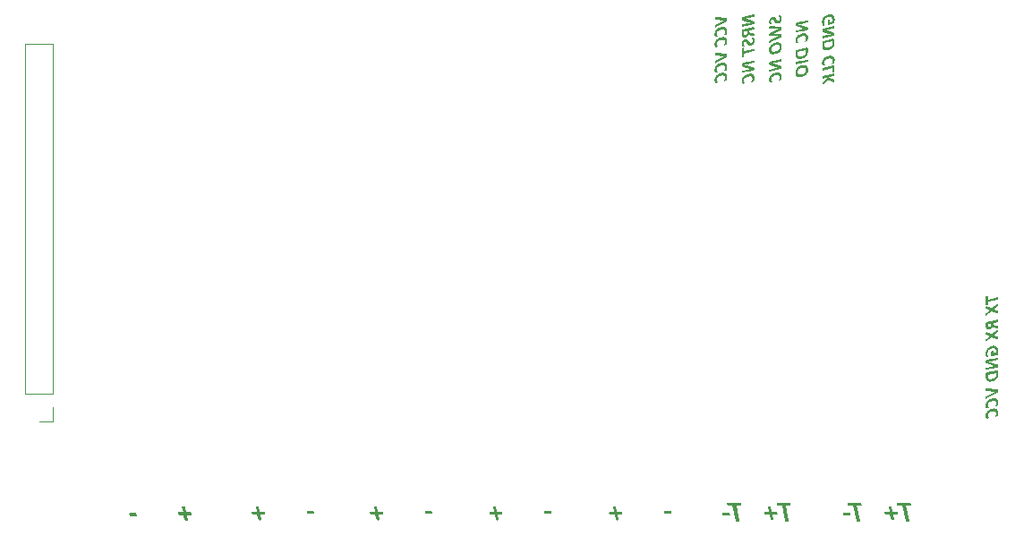
<source format=gbr>
%TF.GenerationSoftware,KiCad,Pcbnew,8.0.0*%
%TF.CreationDate,2024-06-19T21:37:33+02:00*%
%TF.ProjectId,PCB,5043422e-6b69-4636-9164-5f7063625858,0.1*%
%TF.SameCoordinates,Original*%
%TF.FileFunction,Legend,Bot*%
%TF.FilePolarity,Positive*%
%FSLAX46Y46*%
G04 Gerber Fmt 4.6, Leading zero omitted, Abs format (unit mm)*
G04 Created by KiCad (PCBNEW 8.0.0) date 2024-06-19 21:37:33*
%MOMM*%
%LPD*%
G01*
G04 APERTURE LIST*
%ADD10C,0.300000*%
%ADD11C,0.120000*%
G04 APERTURE END LIST*
D10*
G36*
X182431637Y-68086905D02*
G01*
X182496857Y-68068792D01*
X182555826Y-68042552D01*
X182591665Y-68020544D01*
X182643874Y-67978961D01*
X182688537Y-67931089D01*
X182706606Y-67906873D01*
X182740293Y-67850545D01*
X182766538Y-67789395D01*
X182776142Y-67759546D01*
X182791149Y-67693076D01*
X182798506Y-67624719D01*
X182799321Y-67592533D01*
X182795850Y-67526473D01*
X182789478Y-67485530D01*
X182773196Y-67422842D01*
X182765664Y-67401706D01*
X182736452Y-67343601D01*
X182709464Y-67311849D01*
X182675807Y-67302641D01*
X182612939Y-67311214D01*
X182566581Y-67322327D01*
X182536418Y-67334393D01*
X182519907Y-67348363D01*
X182514826Y-67364874D01*
X182530702Y-67395991D01*
X182565629Y-67445841D01*
X182593458Y-67502987D01*
X182600556Y-67522044D01*
X182614199Y-67585721D01*
X182616431Y-67630952D01*
X182609305Y-67694867D01*
X182605636Y-67708426D01*
X182577860Y-67767570D01*
X182575472Y-67770977D01*
X182528689Y-67815241D01*
X182526892Y-67816381D01*
X182466539Y-67841144D01*
X182462119Y-67842100D01*
X182398064Y-67836928D01*
X182394488Y-67835115D01*
X182345696Y-67792792D01*
X182344321Y-67790980D01*
X182309384Y-67735214D01*
X182303361Y-67723349D01*
X182274535Y-67666353D01*
X182262719Y-67643335D01*
X182228729Y-67586424D01*
X182213822Y-67565226D01*
X182168992Y-67518022D01*
X182148413Y-67502676D01*
X182089570Y-67474666D01*
X182058556Y-67466797D01*
X181993545Y-67463303D01*
X181934090Y-67471559D01*
X181869853Y-67489993D01*
X181812323Y-67516916D01*
X181788033Y-67532205D01*
X181736878Y-67573149D01*
X181693989Y-67620415D01*
X181683253Y-67635080D01*
X181650869Y-67689985D01*
X181626507Y-67750239D01*
X181621020Y-67768437D01*
X181606911Y-67833899D01*
X181600704Y-67900821D01*
X181600381Y-67920209D01*
X181604783Y-67984382D01*
X181607049Y-67998953D01*
X181621809Y-68062436D01*
X181624512Y-68070711D01*
X181649596Y-68127547D01*
X181672457Y-68158663D01*
X181688016Y-68166919D01*
X181704526Y-68168506D01*
X181730245Y-68166601D01*
X181768982Y-68159298D01*
X181812799Y-68148820D01*
X181842328Y-68138342D01*
X181859157Y-68125959D01*
X181864554Y-68109766D01*
X181851854Y-68081825D01*
X181823595Y-68036102D01*
X181797530Y-67976010D01*
X181795971Y-67971329D01*
X181784064Y-67908937D01*
X181783270Y-67885600D01*
X181791642Y-67821731D01*
X181792796Y-67817969D01*
X181818832Y-67765896D01*
X181858839Y-67729382D01*
X181908054Y-67710014D01*
X181972956Y-67715791D01*
X181974732Y-67716681D01*
X182023524Y-67759283D01*
X182024900Y-67761134D01*
X182058824Y-67816438D01*
X182066177Y-67830987D01*
X182094875Y-67888697D01*
X182106819Y-67911636D01*
X182138921Y-67966605D01*
X182155399Y-67990698D01*
X182200229Y-68039236D01*
X182220807Y-68054836D01*
X182279500Y-68083418D01*
X182310346Y-68091350D01*
X182374040Y-68094944D01*
X182431637Y-68086905D01*
G37*
G36*
X182714226Y-69393799D02*
G01*
X182748518Y-69372208D01*
X182767886Y-69340774D01*
X182776777Y-69291877D01*
X182778980Y-69226153D01*
X182779000Y-69217896D01*
X182777643Y-69152517D01*
X182776777Y-69138517D01*
X182767886Y-69092795D01*
X182748518Y-69071521D01*
X182714226Y-69066441D01*
X181987115Y-69036912D01*
X181987115Y-69035007D01*
X182714226Y-68712411D01*
X182747565Y-68693042D01*
X182767569Y-68664148D01*
X182776777Y-68615886D01*
X182778965Y-68550041D01*
X182779000Y-68538412D01*
X182777749Y-68474175D01*
X182776777Y-68458081D01*
X182767886Y-68412358D01*
X182748518Y-68390767D01*
X182714226Y-68385052D01*
X181713099Y-68336472D01*
X181662932Y-68338060D01*
X181634990Y-68353935D01*
X181622925Y-68392037D01*
X181620711Y-68456409D01*
X181620702Y-68461891D01*
X181621972Y-68526664D01*
X181628323Y-68561591D01*
X181642611Y-68575244D01*
X181668647Y-68576832D01*
X182547531Y-68592707D01*
X182547531Y-68593660D01*
X181674680Y-68981029D01*
X181647374Y-68995952D01*
X181630863Y-69018496D01*
X181622925Y-69057233D01*
X181620702Y-69120736D01*
X181622490Y-69185552D01*
X181622607Y-69187097D01*
X181629910Y-69223929D01*
X181646421Y-69240439D01*
X181674680Y-69243932D01*
X182547531Y-69275684D01*
X182547531Y-69277589D01*
X181671187Y-69657655D01*
X181647056Y-69669721D01*
X181630863Y-69689724D01*
X181622925Y-69726556D01*
X181620702Y-69790694D01*
X181622925Y-69850069D01*
X181634990Y-69878646D01*
X181663884Y-69880868D01*
X181715639Y-69860865D01*
X182714226Y-69393799D01*
G37*
G36*
X182471962Y-69860865D02*
G01*
X182531716Y-69869463D01*
X182596289Y-69888772D01*
X182656121Y-69920875D01*
X182693929Y-69952463D01*
X182735275Y-70004503D01*
X182764076Y-70062170D01*
X182772337Y-70085587D01*
X182788169Y-70149685D01*
X182796533Y-70214161D01*
X182799321Y-70285066D01*
X182798305Y-70326266D01*
X182791359Y-70397534D01*
X182777833Y-70465084D01*
X182757726Y-70528918D01*
X182743813Y-70562835D01*
X182714159Y-70620800D01*
X182678578Y-70674797D01*
X182637070Y-70724825D01*
X182611427Y-70750949D01*
X182561050Y-70794612D01*
X182505248Y-70833955D01*
X182444020Y-70868977D01*
X182385300Y-70896542D01*
X182322809Y-70920494D01*
X182256547Y-70940835D01*
X182186515Y-70957564D01*
X182131483Y-70967759D01*
X182062483Y-70976769D01*
X181990836Y-70980642D01*
X181925517Y-70977885D01*
X181866378Y-70968648D01*
X181802282Y-70948763D01*
X181742628Y-70916287D01*
X181704871Y-70884675D01*
X181663747Y-70832523D01*
X181635308Y-70774675D01*
X181627122Y-70751387D01*
X181611432Y-70688046D01*
X181603144Y-70624781D01*
X181600381Y-70555589D01*
X181601866Y-70505942D01*
X181601953Y-70505104D01*
X181803591Y-70505104D01*
X181803619Y-70510310D01*
X181809870Y-70576224D01*
X181832168Y-70638778D01*
X181859058Y-70674827D01*
X181912499Y-70711490D01*
X181973493Y-70729217D01*
X182037283Y-70733398D01*
X182070008Y-70732131D01*
X182134894Y-70725262D01*
X182199533Y-70713712D01*
X182229691Y-70706955D01*
X182292812Y-70689251D01*
X182352893Y-70667355D01*
X182366251Y-70661727D01*
X182424456Y-70631479D01*
X182479265Y-70591786D01*
X182485924Y-70585963D01*
X182530254Y-70537940D01*
X182564676Y-70482243D01*
X182573732Y-70461978D01*
X182590923Y-70399711D01*
X182596110Y-70334598D01*
X182596084Y-70329333D01*
X182590111Y-70262655D01*
X182568804Y-70199337D01*
X182542272Y-70163187D01*
X182488790Y-70126943D01*
X182426874Y-70109959D01*
X182362419Y-70105987D01*
X182329171Y-70107409D01*
X182262749Y-70114644D01*
X182196041Y-70126626D01*
X182171345Y-70132095D01*
X182109095Y-70149219D01*
X182045221Y-70172348D01*
X182032041Y-70177973D01*
X181974670Y-70208134D01*
X181920755Y-70247599D01*
X181914171Y-70253422D01*
X181870172Y-70301445D01*
X181835660Y-70357142D01*
X181826422Y-70377498D01*
X181808884Y-70439940D01*
X181803591Y-70505104D01*
X181601953Y-70505104D01*
X181608464Y-70442349D01*
X181622197Y-70374366D01*
X181642611Y-70310150D01*
X181656608Y-70276232D01*
X181686334Y-70218267D01*
X181721887Y-70164271D01*
X181763267Y-70114243D01*
X181788696Y-70088302D01*
X181838610Y-70044890D01*
X181893848Y-70005698D01*
X181954411Y-69970725D01*
X182012239Y-69943459D01*
X182073638Y-69919764D01*
X182138610Y-69899642D01*
X182207154Y-69883091D01*
X182272026Y-69871175D01*
X182341403Y-69862394D01*
X182405700Y-69858772D01*
X182471962Y-69860865D01*
G37*
G36*
X182695175Y-72409564D02*
G01*
X182732007Y-72394640D01*
X182758678Y-72370192D01*
X182774237Y-72339075D01*
X182779000Y-72305418D01*
X182779000Y-72207624D01*
X182772649Y-72156186D01*
X182749153Y-72119989D01*
X182703113Y-72093318D01*
X182641160Y-72073803D01*
X182626909Y-72070139D01*
X182065224Y-71905031D01*
X182002964Y-71888665D01*
X181957269Y-71877725D01*
X181892905Y-71864385D01*
X181844233Y-71855816D01*
X181844233Y-71854229D01*
X181910753Y-71843354D01*
X181976955Y-71831685D01*
X182039777Y-71820043D01*
X182104414Y-71807146D01*
X182113169Y-71805331D01*
X182739310Y-71675150D01*
X182755821Y-71666577D01*
X182768521Y-71647526D01*
X182776459Y-71614187D01*
X182779000Y-71562114D01*
X182776459Y-71511947D01*
X182768839Y-71482100D01*
X182756773Y-71468765D01*
X182740580Y-71467812D01*
X181704526Y-71683405D01*
X181647225Y-71713480D01*
X181641658Y-71720237D01*
X181620723Y-71781265D01*
X181620702Y-71783423D01*
X181620702Y-71906619D01*
X181626418Y-71961231D01*
X181645468Y-71998063D01*
X181682618Y-72024099D01*
X181740723Y-72044103D01*
X182161431Y-72176825D01*
X182222718Y-72195190D01*
X182236683Y-72199368D01*
X182298836Y-72217217D01*
X182310346Y-72220324D01*
X182373830Y-72236820D01*
X182382740Y-72239058D01*
X182444973Y-72254685D01*
X182453863Y-72256838D01*
X182453863Y-72257791D01*
X182390598Y-72268348D01*
X182324635Y-72280335D01*
X182258909Y-72293194D01*
X182196358Y-72305736D01*
X181658804Y-72417501D01*
X181642928Y-72426392D01*
X181630545Y-72446713D01*
X181622925Y-72480370D01*
X181620702Y-72532125D01*
X181622925Y-72581657D01*
X181630545Y-72610868D01*
X181643246Y-72623569D01*
X181659122Y-72624839D01*
X182695175Y-72409564D01*
G37*
G36*
X182589443Y-73479909D02*
G01*
X182625639Y-73471019D01*
X182651358Y-73462128D01*
X182669774Y-73451333D01*
X182689778Y-73433234D01*
X182721212Y-73389417D01*
X182750506Y-73332635D01*
X182758361Y-73314166D01*
X182778820Y-73252697D01*
X182787572Y-73217006D01*
X182797382Y-73151647D01*
X182799321Y-73104605D01*
X182795724Y-73034919D01*
X182784933Y-72971125D01*
X182764755Y-72907755D01*
X182762489Y-72902348D01*
X182729775Y-72843007D01*
X182686880Y-72793579D01*
X182652628Y-72766134D01*
X182592722Y-72733821D01*
X182528786Y-72713537D01*
X182470057Y-72703583D01*
X182405601Y-72700137D01*
X182335469Y-72703371D01*
X182268364Y-72711855D01*
X182215092Y-72721681D01*
X182151938Y-72736675D01*
X182083633Y-72757532D01*
X182019455Y-72782358D01*
X181959405Y-72811153D01*
X181952189Y-72815031D01*
X181897020Y-72847715D01*
X181840459Y-72887854D01*
X181789725Y-72931558D01*
X181759139Y-72962676D01*
X181718192Y-73012099D01*
X181679705Y-73070665D01*
X181648599Y-73133077D01*
X181640706Y-73152550D01*
X181619441Y-73219322D01*
X181606052Y-73288263D01*
X181600736Y-73352167D01*
X181600381Y-73373859D01*
X181604646Y-73439078D01*
X181608637Y-73463081D01*
X181625099Y-73526157D01*
X181629910Y-73539284D01*
X181658226Y-73596642D01*
X181660392Y-73599930D01*
X181689921Y-73635174D01*
X181710242Y-73647240D01*
X181731515Y-73649780D01*
X181761679Y-73647557D01*
X181804544Y-73639937D01*
X181851219Y-73628506D01*
X181882335Y-73615806D01*
X181899799Y-73601517D01*
X181905196Y-73586594D01*
X181889638Y-73556748D01*
X181854394Y-73511978D01*
X181824422Y-73455559D01*
X181819467Y-73443077D01*
X181805467Y-73380983D01*
X181803591Y-73341472D01*
X181810577Y-73276064D01*
X181831533Y-73215101D01*
X181865507Y-73159297D01*
X181908316Y-73111740D01*
X181911547Y-73108733D01*
X181965109Y-73066715D01*
X182023661Y-73032785D01*
X182037283Y-73026179D01*
X182100226Y-73000627D01*
X182163816Y-72981598D01*
X182203344Y-72972519D01*
X182269790Y-72961188D01*
X182335002Y-72955845D01*
X182378930Y-72956643D01*
X182442636Y-72966429D01*
X182501173Y-72989665D01*
X182551554Y-73032777D01*
X182572614Y-73066504D01*
X182591613Y-73127240D01*
X182596110Y-73182397D01*
X182591087Y-73247118D01*
X182580235Y-73291622D01*
X182556618Y-73351843D01*
X182544990Y-73375446D01*
X182512023Y-73431836D01*
X182510064Y-73434822D01*
X182494505Y-73469748D01*
X182497998Y-73483084D01*
X182511651Y-73489117D01*
X182540228Y-73488482D01*
X182589443Y-73479909D01*
G37*
G36*
X182312770Y-113569176D02*
G01*
X182329378Y-113634145D01*
X182348429Y-113677620D01*
X182370411Y-113701556D01*
X182393859Y-113709371D01*
X182829099Y-113709371D01*
X183129030Y-115151870D01*
X183143196Y-115176782D01*
X183175924Y-115194856D01*
X183232588Y-115206092D01*
X183318562Y-115210000D01*
X183403070Y-115206092D01*
X183455338Y-115194856D01*
X183480251Y-115176782D01*
X183483670Y-115151870D01*
X183183740Y-113709371D01*
X183618981Y-113709371D01*
X183640963Y-113701556D01*
X183652198Y-113677620D01*
X183653175Y-113634145D01*
X183642916Y-113569176D01*
X183625819Y-113502742D01*
X183606769Y-113458778D01*
X183585764Y-113435331D01*
X183560851Y-113428004D01*
X182335729Y-113428004D01*
X182315212Y-113435331D01*
X182303000Y-113458778D01*
X182302023Y-113502742D01*
X182312770Y-113569176D01*
G37*
G36*
X181148220Y-114412791D02*
G01*
X181166294Y-114479713D01*
X181187299Y-114523189D01*
X181210746Y-114546636D01*
X181235170Y-114553475D01*
X181653314Y-114553475D01*
X181751500Y-115026329D01*
X181763224Y-115050753D01*
X181790090Y-115068827D01*
X181835519Y-115081039D01*
X181903419Y-115084947D01*
X181969853Y-115081039D01*
X182010397Y-115068827D01*
X182030425Y-115050753D01*
X182032379Y-115026329D01*
X181934193Y-114553475D01*
X182350872Y-114553475D01*
X182371388Y-114546636D01*
X182385066Y-114523189D01*
X182388485Y-114479713D01*
X182379204Y-114412791D01*
X182361618Y-114346845D01*
X182341102Y-114302882D01*
X182319120Y-114279434D01*
X182296161Y-114272107D01*
X181875575Y-114272107D01*
X181777878Y-113801695D01*
X181765177Y-113776294D01*
X181737822Y-113756755D01*
X181692393Y-113745031D01*
X181624005Y-113740635D01*
X181557571Y-113745031D01*
X181517027Y-113756755D01*
X181498464Y-113776294D01*
X181496999Y-113801695D01*
X181594696Y-114272107D01*
X181172644Y-114272107D01*
X181153105Y-114279434D01*
X181140404Y-114302882D01*
X181138450Y-114346845D01*
X181148220Y-114412791D01*
G37*
G36*
X177635031Y-113569176D02*
G01*
X177651639Y-113634145D01*
X177670690Y-113677620D01*
X177692672Y-113701556D01*
X177716120Y-113709371D01*
X178151360Y-113709371D01*
X178451290Y-115151870D01*
X178465457Y-115176782D01*
X178498185Y-115194856D01*
X178554849Y-115206092D01*
X178640823Y-115210000D01*
X178725331Y-115206092D01*
X178777599Y-115194856D01*
X178802512Y-115176782D01*
X178805931Y-115151870D01*
X178506001Y-113709371D01*
X178941242Y-113709371D01*
X178963224Y-113701556D01*
X178974459Y-113677620D01*
X178975436Y-113634145D01*
X178965177Y-113569176D01*
X178948080Y-113502742D01*
X178929030Y-113458778D01*
X178908025Y-113435331D01*
X178883112Y-113428004D01*
X177657990Y-113428004D01*
X177637473Y-113435331D01*
X177625261Y-113458778D01*
X177624284Y-113502742D01*
X177635031Y-113569176D01*
G37*
G36*
X177218353Y-114505115D02*
G01*
X177247285Y-114599842D01*
X177256454Y-114616001D01*
X177309211Y-114647264D01*
X177869016Y-114647264D01*
X177910537Y-114615512D01*
X177904641Y-114514705D01*
X177902721Y-114505115D01*
X177873450Y-114410951D01*
X177865596Y-114397648D01*
X177810886Y-114365896D01*
X177251081Y-114365896D01*
X177225680Y-114372735D01*
X177210537Y-114396182D01*
X177208094Y-114439658D01*
X177218353Y-114505115D01*
G37*
G36*
X133918982Y-114417208D02*
G01*
X133900908Y-114350286D01*
X133879903Y-114306810D01*
X133856455Y-114283363D01*
X133832031Y-114276524D01*
X133413887Y-114276524D01*
X133315702Y-113803670D01*
X133303978Y-113779246D01*
X133277111Y-113761172D01*
X133231682Y-113748960D01*
X133163783Y-113745052D01*
X133097349Y-113748960D01*
X133056804Y-113761172D01*
X133036776Y-113779246D01*
X133034822Y-113803670D01*
X133133008Y-114276524D01*
X132716330Y-114276524D01*
X132695813Y-114283363D01*
X132682136Y-114306810D01*
X132678716Y-114350286D01*
X132687998Y-114417208D01*
X132705583Y-114483154D01*
X132726099Y-114527117D01*
X132748081Y-114550565D01*
X132771040Y-114557892D01*
X133191626Y-114557892D01*
X133289323Y-115028304D01*
X133302024Y-115053705D01*
X133329379Y-115073244D01*
X133374808Y-115084968D01*
X133443196Y-115089364D01*
X133509631Y-115084968D01*
X133550175Y-115073244D01*
X133568737Y-115053705D01*
X133570203Y-115028304D01*
X133472506Y-114557892D01*
X133894557Y-114557892D01*
X133914097Y-114550565D01*
X133926797Y-114527117D01*
X133928751Y-114483154D01*
X133918982Y-114417208D01*
G37*
G36*
X138554222Y-114324884D02*
G01*
X138525290Y-114230157D01*
X138516120Y-114213998D01*
X138463364Y-114182735D01*
X137903559Y-114182735D01*
X137862038Y-114214487D01*
X137867934Y-114315294D01*
X137869854Y-114324884D01*
X137899125Y-114419048D01*
X137906979Y-114432351D01*
X137961689Y-114464103D01*
X138521494Y-114464103D01*
X138546895Y-114457264D01*
X138562038Y-114433817D01*
X138564481Y-114390341D01*
X138554222Y-114324884D01*
G37*
G36*
X186801208Y-68273287D02*
G01*
X186845660Y-68261856D01*
X186875189Y-68249790D01*
X186890430Y-68236772D01*
X186894875Y-68222484D01*
X186879000Y-68188827D01*
X186846405Y-68133516D01*
X186844073Y-68128817D01*
X186819665Y-68068759D01*
X186809464Y-68036102D01*
X186796828Y-67971893D01*
X186793270Y-67904968D01*
X186798091Y-67839570D01*
X186812554Y-67777526D01*
X186822482Y-67750021D01*
X186852721Y-67689567D01*
X186892320Y-67634341D01*
X186905353Y-67619522D01*
X186952310Y-67574935D01*
X187006498Y-67536113D01*
X187033947Y-67520139D01*
X187092380Y-67492545D01*
X187155278Y-67471202D01*
X187199690Y-67460446D01*
X187265458Y-67449859D01*
X187330871Y-67446525D01*
X187375594Y-67449651D01*
X187441365Y-67464530D01*
X187499679Y-67492858D01*
X187502918Y-67495056D01*
X187550154Y-67539898D01*
X187580074Y-67590628D01*
X187599601Y-67655004D01*
X187606009Y-67719017D01*
X187606110Y-67728747D01*
X187600233Y-67794258D01*
X187597855Y-67806538D01*
X187578684Y-67868212D01*
X187572771Y-67881790D01*
X187321616Y-67933862D01*
X187321616Y-67719857D01*
X187300978Y-67699536D01*
X187236607Y-67704317D01*
X187230489Y-67705569D01*
X187187307Y-67716682D01*
X187159366Y-67728747D01*
X187143808Y-67742718D01*
X187138727Y-67757959D01*
X187138727Y-68139612D01*
X187143808Y-68163109D01*
X187158413Y-68179302D01*
X187181592Y-68187557D01*
X187213026Y-68185335D01*
X187668661Y-68090715D01*
X187715336Y-68071664D01*
X187746452Y-68027529D01*
X187766420Y-67965836D01*
X187770266Y-67952278D01*
X187785642Y-67889956D01*
X187791540Y-67860834D01*
X187801663Y-67796656D01*
X187804875Y-67767484D01*
X187808886Y-67703456D01*
X187809321Y-67674452D01*
X187806840Y-67608964D01*
X187798119Y-67540794D01*
X187783119Y-67478451D01*
X187769631Y-67440125D01*
X187741154Y-67382315D01*
X187701807Y-67327749D01*
X187654055Y-67282638D01*
X187597982Y-67247424D01*
X187534104Y-67222116D01*
X187469261Y-67207704D01*
X187405715Y-67201983D01*
X187337598Y-67203395D01*
X187273211Y-67210638D01*
X187222551Y-67219769D01*
X187153095Y-67236776D01*
X187087290Y-67258268D01*
X187025136Y-67284245D01*
X186966634Y-67314707D01*
X186912081Y-67349296D01*
X186855785Y-67392336D01*
X186804863Y-67439747D01*
X186773902Y-67473782D01*
X186732215Y-67528175D01*
X186696455Y-67586335D01*
X186666623Y-67648263D01*
X186652611Y-67684295D01*
X186632197Y-67751684D01*
X186618464Y-67821685D01*
X186611866Y-67886101D01*
X186610381Y-67935767D01*
X186612474Y-68001181D01*
X186619907Y-68067219D01*
X186632785Y-68130622D01*
X186643403Y-68167554D01*
X186668025Y-68227514D01*
X186672932Y-68236137D01*
X186700556Y-68271699D01*
X186734530Y-68281860D01*
X186798471Y-68273852D01*
X186801208Y-68273287D01*
G37*
G36*
X187705175Y-69270603D02*
G01*
X187742007Y-69255680D01*
X187768678Y-69231231D01*
X187784237Y-69200115D01*
X187789000Y-69166458D01*
X187789000Y-69068663D01*
X187782649Y-69017226D01*
X187759153Y-68981029D01*
X187713113Y-68954358D01*
X187651160Y-68934843D01*
X187636909Y-68931179D01*
X187075224Y-68766071D01*
X187012964Y-68749705D01*
X186967269Y-68738765D01*
X186902905Y-68725425D01*
X186854233Y-68716856D01*
X186854233Y-68715268D01*
X186920753Y-68704394D01*
X186986955Y-68692725D01*
X187049777Y-68681083D01*
X187114414Y-68668186D01*
X187123169Y-68666371D01*
X187749310Y-68536190D01*
X187765821Y-68527617D01*
X187778521Y-68508566D01*
X187786459Y-68475227D01*
X187789000Y-68423154D01*
X187786459Y-68372987D01*
X187778839Y-68343140D01*
X187766773Y-68329804D01*
X187750580Y-68328852D01*
X186714526Y-68544445D01*
X186657225Y-68574520D01*
X186651658Y-68581277D01*
X186630723Y-68642305D01*
X186630702Y-68644462D01*
X186630702Y-68767659D01*
X186636418Y-68822271D01*
X186655468Y-68859103D01*
X186692618Y-68885139D01*
X186750723Y-68905143D01*
X187171431Y-69037864D01*
X187232718Y-69056229D01*
X187246683Y-69060408D01*
X187308836Y-69078257D01*
X187320346Y-69081364D01*
X187383830Y-69097860D01*
X187392740Y-69100097D01*
X187454973Y-69115725D01*
X187463863Y-69117878D01*
X187463863Y-69118831D01*
X187400598Y-69129388D01*
X187334635Y-69141375D01*
X187268909Y-69154234D01*
X187206358Y-69166776D01*
X186668804Y-69278541D01*
X186652928Y-69287432D01*
X186640545Y-69307753D01*
X186632925Y-69341409D01*
X186630702Y-69393164D01*
X186632925Y-69442697D01*
X186640545Y-69471908D01*
X186653246Y-69484609D01*
X186669122Y-69485879D01*
X187705175Y-69270603D01*
G37*
G36*
X187771536Y-69543349D02*
G01*
X187789000Y-69588119D01*
X187789000Y-69858007D01*
X187787404Y-69922057D01*
X187781674Y-69991201D01*
X187771776Y-70056019D01*
X187755660Y-70123768D01*
X187744212Y-70159372D01*
X187718918Y-70220373D01*
X187687595Y-70277406D01*
X187650245Y-70330471D01*
X187621885Y-70363587D01*
X187573902Y-70409744D01*
X187519389Y-70451682D01*
X187465451Y-70485418D01*
X187451102Y-70493314D01*
X187390109Y-70522466D01*
X187323361Y-70547728D01*
X187260236Y-70566642D01*
X187192705Y-70582578D01*
X187150456Y-70590515D01*
X187086243Y-70598666D01*
X187018985Y-70601147D01*
X186950441Y-70595596D01*
X186894164Y-70583530D01*
X186832612Y-70559777D01*
X186774537Y-70522568D01*
X186733328Y-70482847D01*
X186695949Y-70429915D01*
X186666899Y-70367303D01*
X186652795Y-70321980D01*
X186639751Y-70256252D01*
X186632965Y-70190784D01*
X186630702Y-70118688D01*
X186630702Y-70067568D01*
X186813591Y-70067568D01*
X186814618Y-70105673D01*
X186822834Y-70171905D01*
X186842803Y-70232358D01*
X186875281Y-70281288D01*
X186924404Y-70321898D01*
X186981319Y-70345950D01*
X187047918Y-70356507D01*
X187070423Y-70357278D01*
X187136407Y-70353909D01*
X187201595Y-70343489D01*
X187256407Y-70330395D01*
X187318010Y-70310844D01*
X187378452Y-70285066D01*
X187401462Y-70273054D01*
X187455630Y-70238049D01*
X187504823Y-70194257D01*
X187517127Y-70180584D01*
X187553939Y-70128665D01*
X187581027Y-70070425D01*
X187590801Y-70038695D01*
X187602583Y-69973558D01*
X187606110Y-69906270D01*
X187606110Y-69786566D01*
X186813591Y-69951357D01*
X186813591Y-70067568D01*
X186630702Y-70067568D01*
X186630702Y-69828796D01*
X186648166Y-69776723D01*
X186705001Y-69745289D01*
X187714701Y-69535411D01*
X187771536Y-69543349D01*
G37*
G36*
X187599443Y-71899316D02*
G01*
X187635639Y-71890425D01*
X187661358Y-71881535D01*
X187679774Y-71870739D01*
X187699778Y-71852641D01*
X187731212Y-71808824D01*
X187760506Y-71752042D01*
X187768361Y-71733573D01*
X187788820Y-71672104D01*
X187797572Y-71636413D01*
X187807382Y-71571054D01*
X187809321Y-71524012D01*
X187805724Y-71454326D01*
X187794933Y-71390532D01*
X187774755Y-71327162D01*
X187772489Y-71321755D01*
X187739775Y-71262414D01*
X187696880Y-71212986D01*
X187662628Y-71185541D01*
X187602722Y-71153228D01*
X187538786Y-71132944D01*
X187480057Y-71122990D01*
X187415601Y-71119544D01*
X187345469Y-71122778D01*
X187278364Y-71131262D01*
X187225092Y-71141088D01*
X187161938Y-71156082D01*
X187093633Y-71176939D01*
X187029455Y-71201765D01*
X186969405Y-71230560D01*
X186962189Y-71234438D01*
X186907020Y-71267122D01*
X186850459Y-71307260D01*
X186799725Y-71350965D01*
X186769139Y-71382083D01*
X186728192Y-71431505D01*
X186689705Y-71490072D01*
X186658599Y-71552484D01*
X186650706Y-71571957D01*
X186629441Y-71638729D01*
X186616052Y-71707670D01*
X186610736Y-71771574D01*
X186610381Y-71793266D01*
X186614646Y-71858485D01*
X186618637Y-71882488D01*
X186635099Y-71945564D01*
X186639910Y-71958691D01*
X186668226Y-72016049D01*
X186670392Y-72019337D01*
X186699921Y-72054581D01*
X186720242Y-72066647D01*
X186741515Y-72069187D01*
X186771679Y-72066964D01*
X186814544Y-72059344D01*
X186861219Y-72047913D01*
X186892335Y-72035213D01*
X186909799Y-72020924D01*
X186915196Y-72006001D01*
X186899638Y-71976155D01*
X186864394Y-71931385D01*
X186834422Y-71874966D01*
X186829467Y-71862484D01*
X186815467Y-71800390D01*
X186813591Y-71760879D01*
X186820577Y-71695471D01*
X186841533Y-71634508D01*
X186875507Y-71578704D01*
X186918316Y-71531147D01*
X186921547Y-71528140D01*
X186975109Y-71486122D01*
X187033661Y-71452192D01*
X187047283Y-71445586D01*
X187110226Y-71420034D01*
X187173816Y-71401005D01*
X187213344Y-71391926D01*
X187279790Y-71380595D01*
X187345002Y-71375252D01*
X187388930Y-71376050D01*
X187452636Y-71385836D01*
X187511173Y-71409072D01*
X187561554Y-71452184D01*
X187582614Y-71485910D01*
X187601613Y-71546646D01*
X187606110Y-71601804D01*
X187601087Y-71666525D01*
X187590235Y-71711029D01*
X187566618Y-71771250D01*
X187554990Y-71794853D01*
X187522023Y-71851243D01*
X187520064Y-71854229D01*
X187504505Y-71889155D01*
X187507998Y-71902491D01*
X187521651Y-71908524D01*
X187550228Y-71907889D01*
X187599443Y-71899316D01*
G37*
G36*
X187686124Y-72683262D02*
G01*
X187733434Y-72671197D01*
X187765186Y-72658178D01*
X187783602Y-72643255D01*
X187789000Y-72627062D01*
X187789000Y-72109194D01*
X187771854Y-72064424D01*
X187715018Y-72056169D01*
X186668169Y-72273984D01*
X186652293Y-72283192D01*
X186640545Y-72304466D01*
X186633560Y-72340980D01*
X186630702Y-72396863D01*
X186633560Y-72452428D01*
X186640545Y-72485767D01*
X186651976Y-72501961D01*
X186667852Y-72504501D01*
X187585789Y-72313674D01*
X187585789Y-72669291D01*
X187590870Y-72683262D01*
X187607698Y-72690883D01*
X187638815Y-72690883D01*
X187686124Y-72683262D01*
G37*
G36*
X187748993Y-73644065D02*
G01*
X187766456Y-73635809D01*
X187778839Y-73614853D01*
X187786459Y-73576116D01*
X187789000Y-73516423D01*
X187786703Y-73451618D01*
X187784554Y-73435457D01*
X187771219Y-73402435D01*
X187749945Y-73390052D01*
X187205406Y-73161441D01*
X187749945Y-73048405D01*
X187767091Y-73039515D01*
X187778839Y-73018876D01*
X187786459Y-72982362D01*
X187789000Y-72925844D01*
X187786459Y-72871231D01*
X187778839Y-72837575D01*
X187767091Y-72821064D01*
X187749945Y-72818841D01*
X186668804Y-73043325D01*
X186651976Y-73052850D01*
X186640545Y-73074124D01*
X186633560Y-73110638D01*
X186630702Y-73166521D01*
X186633560Y-73221769D01*
X186640545Y-73255425D01*
X186651976Y-73271301D01*
X186668804Y-73272889D01*
X187157461Y-73171601D01*
X186669757Y-73604058D01*
X186650706Y-73622474D01*
X186638640Y-73647875D01*
X186632607Y-73685024D01*
X186630702Y-73741224D01*
X186633560Y-73798377D01*
X186640863Y-73832987D01*
X186652928Y-73849180D01*
X186668804Y-73851085D01*
X186699921Y-73836797D01*
X186750406Y-73796790D01*
X187162859Y-73401165D01*
X187681679Y-73631047D01*
X187730259Y-73644065D01*
X187748993Y-73644065D01*
G37*
G36*
X156376434Y-114417208D02*
G01*
X156358360Y-114350286D01*
X156337355Y-114306810D01*
X156313907Y-114283363D01*
X156289483Y-114276524D01*
X155871339Y-114276524D01*
X155773154Y-113803670D01*
X155761430Y-113779246D01*
X155734563Y-113761172D01*
X155689134Y-113748960D01*
X155621235Y-113745052D01*
X155554801Y-113748960D01*
X155514256Y-113761172D01*
X155494228Y-113779246D01*
X155492274Y-113803670D01*
X155590460Y-114276524D01*
X155173782Y-114276524D01*
X155153265Y-114283363D01*
X155139588Y-114306810D01*
X155136168Y-114350286D01*
X155145450Y-114417208D01*
X155163035Y-114483154D01*
X155183551Y-114527117D01*
X155205533Y-114550565D01*
X155228492Y-114557892D01*
X155649078Y-114557892D01*
X155746775Y-115028304D01*
X155759476Y-115053705D01*
X155786831Y-115073244D01*
X155832260Y-115084968D01*
X155900648Y-115089364D01*
X155967083Y-115084968D01*
X156007627Y-115073244D01*
X156026189Y-115053705D01*
X156027655Y-115028304D01*
X155929958Y-114557892D01*
X156352009Y-114557892D01*
X156371549Y-114550565D01*
X156384249Y-114527117D01*
X156386203Y-114483154D01*
X156376434Y-114417208D01*
G37*
G36*
X161011674Y-114324884D02*
G01*
X160982742Y-114230157D01*
X160973572Y-114213998D01*
X160920816Y-114182735D01*
X160361011Y-114182735D01*
X160319490Y-114214487D01*
X160325386Y-114315294D01*
X160327306Y-114324884D01*
X160356577Y-114419048D01*
X160364431Y-114432351D01*
X160419141Y-114464103D01*
X160978946Y-114464103D01*
X161004347Y-114457264D01*
X161019490Y-114433817D01*
X161021933Y-114390341D01*
X161011674Y-114324884D01*
G37*
G36*
X145096434Y-114417208D02*
G01*
X145078360Y-114350286D01*
X145057355Y-114306810D01*
X145033907Y-114283363D01*
X145009483Y-114276524D01*
X144591339Y-114276524D01*
X144493154Y-113803670D01*
X144481430Y-113779246D01*
X144454563Y-113761172D01*
X144409134Y-113748960D01*
X144341235Y-113745052D01*
X144274801Y-113748960D01*
X144234256Y-113761172D01*
X144214228Y-113779246D01*
X144212274Y-113803670D01*
X144310460Y-114276524D01*
X143893782Y-114276524D01*
X143873265Y-114283363D01*
X143859588Y-114306810D01*
X143856168Y-114350286D01*
X143865450Y-114417208D01*
X143883035Y-114483154D01*
X143903551Y-114527117D01*
X143925533Y-114550565D01*
X143948492Y-114557892D01*
X144369078Y-114557892D01*
X144466775Y-115028304D01*
X144479476Y-115053705D01*
X144506831Y-115073244D01*
X144552260Y-115084968D01*
X144620648Y-115089364D01*
X144687083Y-115084968D01*
X144727627Y-115073244D01*
X144746189Y-115053705D01*
X144747655Y-115028304D01*
X144649958Y-114557892D01*
X145072009Y-114557892D01*
X145091549Y-114550565D01*
X145104249Y-114527117D01*
X145106203Y-114483154D01*
X145096434Y-114417208D01*
G37*
G36*
X149731674Y-114324884D02*
G01*
X149702742Y-114230157D01*
X149693572Y-114213998D01*
X149640816Y-114182735D01*
X149081011Y-114182735D01*
X149039490Y-114214487D01*
X149045386Y-114315294D01*
X149047306Y-114324884D01*
X149076577Y-114419048D01*
X149084431Y-114432351D01*
X149139141Y-114464103D01*
X149698946Y-114464103D01*
X149724347Y-114457264D01*
X149739490Y-114433817D01*
X149741933Y-114390341D01*
X149731674Y-114324884D01*
G37*
G36*
X177572960Y-67877662D02*
G01*
X177597408Y-67861151D01*
X177611697Y-67835432D01*
X177617729Y-67791298D01*
X177618995Y-67725866D01*
X177619000Y-67720492D01*
X177618682Y-67660799D01*
X177616459Y-67618887D01*
X177611062Y-67591580D01*
X177602171Y-67575069D01*
X177589471Y-67566496D01*
X177570102Y-67563004D01*
X176553099Y-67438220D01*
X176502614Y-67435680D01*
X176474673Y-67450286D01*
X176462925Y-67489658D01*
X176460722Y-67554950D01*
X176460702Y-67563639D01*
X176462607Y-67625872D01*
X176468640Y-67659529D01*
X176481976Y-67674134D01*
X176504202Y-67678580D01*
X177389436Y-67769707D01*
X177389436Y-67770659D01*
X176508647Y-68223754D01*
X176484198Y-68237407D01*
X176469593Y-68258363D01*
X176462607Y-68295830D01*
X176460702Y-68360921D01*
X176463560Y-68422836D01*
X176476260Y-68451095D01*
X176505154Y-68450143D01*
X176554687Y-68426329D01*
X177572960Y-67877662D01*
G37*
G36*
X177429443Y-69173126D02*
G01*
X177465639Y-69164236D01*
X177491358Y-69155345D01*
X177509774Y-69144550D01*
X177529778Y-69126451D01*
X177561212Y-69082634D01*
X177590506Y-69025852D01*
X177598361Y-69007383D01*
X177618820Y-68945914D01*
X177627572Y-68910223D01*
X177637382Y-68844864D01*
X177639321Y-68797822D01*
X177635724Y-68728136D01*
X177624933Y-68664342D01*
X177604755Y-68600972D01*
X177602489Y-68595565D01*
X177569775Y-68536224D01*
X177526880Y-68486796D01*
X177492628Y-68459351D01*
X177432722Y-68427038D01*
X177368786Y-68406754D01*
X177310057Y-68396800D01*
X177245601Y-68393354D01*
X177175469Y-68396588D01*
X177108364Y-68405072D01*
X177055092Y-68414898D01*
X176991938Y-68429892D01*
X176923633Y-68450749D01*
X176859455Y-68475575D01*
X176799405Y-68504370D01*
X176792189Y-68508248D01*
X176737020Y-68540932D01*
X176680459Y-68581070D01*
X176629725Y-68624775D01*
X176599139Y-68655893D01*
X176558192Y-68705316D01*
X176519705Y-68763882D01*
X176488599Y-68826294D01*
X176480706Y-68845767D01*
X176459441Y-68912539D01*
X176446052Y-68981480D01*
X176440736Y-69045384D01*
X176440381Y-69067076D01*
X176444646Y-69132295D01*
X176448637Y-69156298D01*
X176465099Y-69219374D01*
X176469910Y-69232501D01*
X176498226Y-69289859D01*
X176500392Y-69293147D01*
X176529921Y-69328391D01*
X176550242Y-69340457D01*
X176571515Y-69342997D01*
X176601679Y-69340774D01*
X176644544Y-69333154D01*
X176691219Y-69321723D01*
X176722335Y-69309023D01*
X176739799Y-69294734D01*
X176745196Y-69279811D01*
X176729638Y-69249965D01*
X176694394Y-69205195D01*
X176664422Y-69148776D01*
X176659467Y-69136294D01*
X176645467Y-69074200D01*
X176643591Y-69034689D01*
X176650577Y-68969281D01*
X176671533Y-68908318D01*
X176705507Y-68852514D01*
X176748316Y-68804957D01*
X176751547Y-68801950D01*
X176805109Y-68759932D01*
X176863661Y-68726002D01*
X176877283Y-68719396D01*
X176940226Y-68693844D01*
X177003816Y-68674815D01*
X177043344Y-68665736D01*
X177109790Y-68654405D01*
X177175002Y-68649062D01*
X177218930Y-68649860D01*
X177282636Y-68659646D01*
X177341173Y-68682882D01*
X177391554Y-68725994D01*
X177412614Y-68759721D01*
X177431613Y-68820457D01*
X177436110Y-68875614D01*
X177431087Y-68940335D01*
X177420235Y-68984839D01*
X177396618Y-69045060D01*
X177384990Y-69068663D01*
X177352023Y-69125053D01*
X177350064Y-69128039D01*
X177334505Y-69162965D01*
X177337998Y-69176301D01*
X177351651Y-69182334D01*
X177380228Y-69181699D01*
X177429443Y-69173126D01*
G37*
G36*
X177429443Y-70135834D02*
G01*
X177465639Y-70126943D01*
X177491358Y-70118053D01*
X177509774Y-70107257D01*
X177529778Y-70089159D01*
X177561212Y-70045342D01*
X177590506Y-69988559D01*
X177598361Y-69970090D01*
X177618820Y-69908621D01*
X177627572Y-69872931D01*
X177637382Y-69807571D01*
X177639321Y-69760530D01*
X177635724Y-69690844D01*
X177624933Y-69627049D01*
X177604755Y-69563680D01*
X177602489Y-69558272D01*
X177569775Y-69498932D01*
X177526880Y-69449504D01*
X177492628Y-69422058D01*
X177432722Y-69389746D01*
X177368786Y-69369462D01*
X177310057Y-69359508D01*
X177245601Y-69356061D01*
X177175469Y-69359296D01*
X177108364Y-69367779D01*
X177055092Y-69377606D01*
X176991938Y-69392600D01*
X176923633Y-69413457D01*
X176859455Y-69438283D01*
X176799405Y-69467077D01*
X176792189Y-69470956D01*
X176737020Y-69503640D01*
X176680459Y-69543778D01*
X176629725Y-69587483D01*
X176599139Y-69618600D01*
X176558192Y-69668023D01*
X176519705Y-69726590D01*
X176488599Y-69789002D01*
X176480706Y-69808475D01*
X176459441Y-69875246D01*
X176446052Y-69944188D01*
X176440736Y-70008091D01*
X176440381Y-70029783D01*
X176444646Y-70095003D01*
X176448637Y-70119005D01*
X176465099Y-70182082D01*
X176469910Y-70195209D01*
X176498226Y-70252566D01*
X176500392Y-70255854D01*
X176529921Y-70291099D01*
X176550242Y-70303164D01*
X176571515Y-70305704D01*
X176601679Y-70303482D01*
X176644544Y-70295861D01*
X176691219Y-70284431D01*
X176722335Y-70271730D01*
X176739799Y-70257442D01*
X176745196Y-70242519D01*
X176729638Y-70212672D01*
X176694394Y-70167903D01*
X176664422Y-70111484D01*
X176659467Y-70099002D01*
X176645467Y-70036908D01*
X176643591Y-69997397D01*
X176650577Y-69931988D01*
X176671533Y-69871025D01*
X176705507Y-69815222D01*
X176748316Y-69767664D01*
X176751547Y-69764658D01*
X176805109Y-69722640D01*
X176863661Y-69688710D01*
X176877283Y-69682104D01*
X176940226Y-69656551D01*
X177003816Y-69637523D01*
X177043344Y-69628443D01*
X177109790Y-69617113D01*
X177175002Y-69611770D01*
X177218930Y-69612568D01*
X177282636Y-69622354D01*
X177341173Y-69645589D01*
X177391554Y-69688702D01*
X177412614Y-69722428D01*
X177431613Y-69783164D01*
X177436110Y-69838321D01*
X177431087Y-69903042D01*
X177420235Y-69947547D01*
X177396618Y-70007768D01*
X177384990Y-70031371D01*
X177352023Y-70087761D01*
X177350064Y-70090746D01*
X177334505Y-70125673D01*
X177337998Y-70139009D01*
X177351651Y-70145042D01*
X177380228Y-70144406D01*
X177429443Y-70135834D01*
G37*
G36*
X177572960Y-71261109D02*
G01*
X177597408Y-71244598D01*
X177611697Y-71218880D01*
X177617729Y-71174745D01*
X177618995Y-71109313D01*
X177619000Y-71103939D01*
X177618682Y-71044246D01*
X177616459Y-71002334D01*
X177611062Y-70975028D01*
X177602171Y-70958517D01*
X177589471Y-70949944D01*
X177570102Y-70946451D01*
X176553099Y-70821667D01*
X176502614Y-70819127D01*
X176474673Y-70833733D01*
X176462925Y-70873105D01*
X176460722Y-70938397D01*
X176460702Y-70947086D01*
X176462607Y-71009319D01*
X176468640Y-71042976D01*
X176481976Y-71057582D01*
X176504202Y-71062027D01*
X177389436Y-71153154D01*
X177389436Y-71154106D01*
X176508647Y-71607201D01*
X176484198Y-71620854D01*
X176469593Y-71641811D01*
X176462607Y-71679277D01*
X176460702Y-71744368D01*
X176463560Y-71806284D01*
X176476260Y-71834543D01*
X176505154Y-71833590D01*
X176554687Y-71809776D01*
X177572960Y-71261109D01*
G37*
G36*
X177429443Y-72556573D02*
G01*
X177465639Y-72547683D01*
X177491358Y-72538792D01*
X177509774Y-72527997D01*
X177529778Y-72509898D01*
X177561212Y-72466081D01*
X177590506Y-72409299D01*
X177598361Y-72390830D01*
X177618820Y-72329361D01*
X177627572Y-72293670D01*
X177637382Y-72228311D01*
X177639321Y-72181270D01*
X177635724Y-72111584D01*
X177624933Y-72047789D01*
X177604755Y-71984420D01*
X177602489Y-71979012D01*
X177569775Y-71919671D01*
X177526880Y-71870243D01*
X177492628Y-71842798D01*
X177432722Y-71810486D01*
X177368786Y-71790202D01*
X177310057Y-71780247D01*
X177245601Y-71776801D01*
X177175469Y-71780035D01*
X177108364Y-71788519D01*
X177055092Y-71798346D01*
X176991938Y-71813340D01*
X176923633Y-71834197D01*
X176859455Y-71859022D01*
X176799405Y-71887817D01*
X176792189Y-71891695D01*
X176737020Y-71924380D01*
X176680459Y-71964518D01*
X176629725Y-72008222D01*
X176599139Y-72039340D01*
X176558192Y-72088763D01*
X176519705Y-72147330D01*
X176488599Y-72209741D01*
X176480706Y-72229215D01*
X176459441Y-72295986D01*
X176446052Y-72364928D01*
X176440736Y-72428831D01*
X176440381Y-72450523D01*
X176444646Y-72515742D01*
X176448637Y-72539745D01*
X176465099Y-72602821D01*
X176469910Y-72615949D01*
X176498226Y-72673306D01*
X176500392Y-72676594D01*
X176529921Y-72711838D01*
X176550242Y-72723904D01*
X176571515Y-72726444D01*
X176601679Y-72724222D01*
X176644544Y-72716601D01*
X176691219Y-72705171D01*
X176722335Y-72692470D01*
X176739799Y-72678182D01*
X176745196Y-72663259D01*
X176729638Y-72633412D01*
X176694394Y-72588642D01*
X176664422Y-72532223D01*
X176659467Y-72519741D01*
X176645467Y-72457647D01*
X176643591Y-72418136D01*
X176650577Y-72352728D01*
X176671533Y-72291765D01*
X176705507Y-72235962D01*
X176748316Y-72188404D01*
X176751547Y-72185397D01*
X176805109Y-72143379D01*
X176863661Y-72109450D01*
X176877283Y-72102843D01*
X176940226Y-72077291D01*
X177003816Y-72058262D01*
X177043344Y-72049183D01*
X177109790Y-72037852D01*
X177175002Y-72032509D01*
X177218930Y-72033307D01*
X177282636Y-72043093D01*
X177341173Y-72066329D01*
X177391554Y-72109442D01*
X177412614Y-72143168D01*
X177431613Y-72203904D01*
X177436110Y-72259061D01*
X177431087Y-72323782D01*
X177420235Y-72368286D01*
X177396618Y-72428508D01*
X177384990Y-72452111D01*
X177352023Y-72508501D01*
X177350064Y-72511486D01*
X177334505Y-72546413D01*
X177337998Y-72559748D01*
X177351651Y-72565781D01*
X177380228Y-72565146D01*
X177429443Y-72556573D01*
G37*
G36*
X177429443Y-73519281D02*
G01*
X177465639Y-73510390D01*
X177491358Y-73501500D01*
X177509774Y-73490704D01*
X177529778Y-73472606D01*
X177561212Y-73428789D01*
X177590506Y-73372007D01*
X177598361Y-73353538D01*
X177618820Y-73292069D01*
X177627572Y-73256378D01*
X177637382Y-73191019D01*
X177639321Y-73143977D01*
X177635724Y-73074291D01*
X177624933Y-73010497D01*
X177604755Y-72947127D01*
X177602489Y-72941720D01*
X177569775Y-72882379D01*
X177526880Y-72832951D01*
X177492628Y-72805506D01*
X177432722Y-72773193D01*
X177368786Y-72752909D01*
X177310057Y-72742955D01*
X177245601Y-72739509D01*
X177175469Y-72742743D01*
X177108364Y-72751227D01*
X177055092Y-72761053D01*
X176991938Y-72776047D01*
X176923633Y-72796904D01*
X176859455Y-72821730D01*
X176799405Y-72850525D01*
X176792189Y-72854403D01*
X176737020Y-72887087D01*
X176680459Y-72927225D01*
X176629725Y-72970930D01*
X176599139Y-73002048D01*
X176558192Y-73051470D01*
X176519705Y-73110037D01*
X176488599Y-73172449D01*
X176480706Y-73191922D01*
X176459441Y-73258693D01*
X176446052Y-73327635D01*
X176440736Y-73391539D01*
X176440381Y-73413231D01*
X176444646Y-73478450D01*
X176448637Y-73502453D01*
X176465099Y-73565529D01*
X176469910Y-73578656D01*
X176498226Y-73636014D01*
X176500392Y-73639302D01*
X176529921Y-73674546D01*
X176550242Y-73686612D01*
X176571515Y-73689152D01*
X176601679Y-73686929D01*
X176644544Y-73679309D01*
X176691219Y-73667878D01*
X176722335Y-73655178D01*
X176739799Y-73640889D01*
X176745196Y-73625966D01*
X176729638Y-73596120D01*
X176694394Y-73551350D01*
X176664422Y-73494931D01*
X176659467Y-73482449D01*
X176645467Y-73420355D01*
X176643591Y-73380844D01*
X176650577Y-73315436D01*
X176671533Y-73254473D01*
X176705507Y-73198669D01*
X176748316Y-73151112D01*
X176751547Y-73148105D01*
X176805109Y-73106087D01*
X176863661Y-73072157D01*
X176877283Y-73065551D01*
X176940226Y-73039999D01*
X177003816Y-73020970D01*
X177043344Y-73011891D01*
X177109790Y-73000560D01*
X177175002Y-72995217D01*
X177218930Y-72996015D01*
X177282636Y-73005801D01*
X177341173Y-73029037D01*
X177391554Y-73072149D01*
X177412614Y-73105875D01*
X177431613Y-73166611D01*
X177436110Y-73221769D01*
X177431087Y-73286490D01*
X177420235Y-73330994D01*
X177396618Y-73391215D01*
X177384990Y-73414818D01*
X177352023Y-73471208D01*
X177350064Y-73474194D01*
X177334505Y-73509120D01*
X177337998Y-73522456D01*
X177351651Y-73528489D01*
X177380228Y-73527854D01*
X177429443Y-73519281D01*
G37*
G36*
X202192464Y-94746699D02*
G01*
X202234694Y-94735903D01*
X202262953Y-94723520D01*
X202278511Y-94709232D01*
X202283591Y-94693991D01*
X202283591Y-94411085D01*
X203221215Y-94216130D01*
X203237408Y-94206922D01*
X203249157Y-94185648D01*
X203256459Y-94148817D01*
X203259000Y-94092934D01*
X203256459Y-94038004D01*
X203249157Y-94004030D01*
X203237408Y-93987836D01*
X203221215Y-93985614D01*
X202283591Y-94180568D01*
X202283591Y-93897662D01*
X202278511Y-93883374D01*
X202262953Y-93876071D01*
X202234694Y-93875436D01*
X202192464Y-93882103D01*
X202149282Y-93893217D01*
X202120706Y-93905600D01*
X202105465Y-93919253D01*
X202100702Y-93935446D01*
X202100702Y-94731775D01*
X202105465Y-94745111D01*
X202120706Y-94753049D01*
X202149282Y-94753684D01*
X202192464Y-94746699D01*
G37*
G36*
X203165967Y-95498576D02*
G01*
X203215500Y-95508419D01*
X203244076Y-95496988D01*
X203256459Y-95456346D01*
X203258960Y-95391404D01*
X203259000Y-95379508D01*
X203257412Y-95315052D01*
X203251697Y-95278855D01*
X203240584Y-95261709D01*
X203222485Y-95255041D01*
X202808445Y-95128988D01*
X203222485Y-94831475D01*
X203240584Y-94816235D01*
X203251697Y-94794326D01*
X203257412Y-94755589D01*
X203259000Y-94692086D01*
X203257055Y-94628603D01*
X203256459Y-94622233D01*
X203244076Y-94591116D01*
X203215500Y-94593656D01*
X203165967Y-94625725D01*
X202664928Y-95000711D01*
X202193734Y-94847351D01*
X202142932Y-94836238D01*
X202114673Y-94846399D01*
X202102925Y-94885771D01*
X202100737Y-94951129D01*
X202100702Y-94963244D01*
X202102607Y-95028018D01*
X202108323Y-95064849D01*
X202119436Y-95082313D01*
X202137217Y-95089298D01*
X202516648Y-95209002D01*
X202137217Y-95480795D01*
X202119436Y-95495401D01*
X202108323Y-95515722D01*
X202102607Y-95551919D01*
X202100702Y-95613834D01*
X202102528Y-95677606D01*
X202102925Y-95682418D01*
X202114990Y-95715122D01*
X202143249Y-95713852D01*
X202193734Y-95684005D01*
X202662070Y-95335055D01*
X203165967Y-95498576D01*
G37*
G36*
X203237726Y-96097093D02*
G01*
X203249157Y-96112969D01*
X203256459Y-96146943D01*
X203259000Y-96201556D01*
X203256459Y-96258073D01*
X203249474Y-96294270D01*
X203238043Y-96315226D01*
X203222168Y-96324434D01*
X202791616Y-96413974D01*
X202791616Y-96485732D01*
X202803047Y-96547965D01*
X202836704Y-96590512D01*
X202892269Y-96617819D01*
X202904998Y-96621811D01*
X202968155Y-96637822D01*
X203220580Y-96686720D01*
X203238678Y-96691482D01*
X203250744Y-96707041D01*
X203257412Y-96740062D01*
X203259000Y-96798168D01*
X203258993Y-96803574D01*
X203257412Y-96867704D01*
X203251062Y-96907393D01*
X203240266Y-96926127D01*
X203223755Y-96933112D01*
X203199624Y-96933747D01*
X203150727Y-96926762D01*
X202926243Y-96878182D01*
X202916291Y-96876004D01*
X202853849Y-96858813D01*
X202796697Y-96833412D01*
X202754150Y-96800390D01*
X202723986Y-96759113D01*
X202708273Y-96803204D01*
X202678898Y-96861988D01*
X202656558Y-96895476D01*
X202613173Y-96944542D01*
X202583361Y-96969844D01*
X202527126Y-97004870D01*
X202482951Y-97023893D01*
X202420441Y-97041385D01*
X202362852Y-97049450D01*
X202297562Y-97046782D01*
X202262396Y-97038375D01*
X202204847Y-97008363D01*
X202177462Y-96983210D01*
X202141344Y-96928984D01*
X202120547Y-96875245D01*
X202107053Y-96813091D01*
X202102607Y-96761653D01*
X202102058Y-96752419D01*
X202100702Y-96688625D01*
X202100702Y-96622899D01*
X202283591Y-96622899D01*
X202286449Y-96683545D01*
X202293434Y-96721964D01*
X202302821Y-96746929D01*
X202348364Y-96793722D01*
X202379962Y-96802519D01*
X202443937Y-96799120D01*
X202450841Y-96797540D01*
X202511250Y-96772766D01*
X202516833Y-96769219D01*
X202563323Y-96725139D01*
X202569837Y-96715854D01*
X202596979Y-96656873D01*
X202602658Y-96634152D01*
X202608727Y-96569239D01*
X202608727Y-96452076D01*
X202283591Y-96519706D01*
X202283591Y-96622899D01*
X202100702Y-96622899D01*
X202100702Y-96396193D01*
X202118166Y-96344120D01*
X202174683Y-96312686D01*
X203221533Y-96095188D01*
X203237726Y-96097093D01*
G37*
G36*
X203165967Y-97935826D02*
G01*
X203215500Y-97945669D01*
X203244076Y-97934239D01*
X203256459Y-97893597D01*
X203258960Y-97828655D01*
X203259000Y-97816758D01*
X203257412Y-97752302D01*
X203251697Y-97716106D01*
X203240584Y-97698960D01*
X203222485Y-97692292D01*
X202808445Y-97566238D01*
X203222485Y-97268726D01*
X203240584Y-97253485D01*
X203251697Y-97231577D01*
X203257412Y-97192840D01*
X203259000Y-97129337D01*
X203257055Y-97065853D01*
X203256459Y-97059483D01*
X203244076Y-97028367D01*
X203215500Y-97030907D01*
X203165967Y-97062976D01*
X202664928Y-97437962D01*
X202193734Y-97284602D01*
X202142932Y-97273489D01*
X202114673Y-97283649D01*
X202102925Y-97323021D01*
X202100737Y-97388380D01*
X202100702Y-97400495D01*
X202102607Y-97465268D01*
X202108323Y-97502100D01*
X202119436Y-97519563D01*
X202137217Y-97526549D01*
X202516648Y-97646252D01*
X202137217Y-97918046D01*
X202119436Y-97932651D01*
X202108323Y-97952972D01*
X202102607Y-97989169D01*
X202100702Y-98051085D01*
X202102528Y-98114857D01*
X202102925Y-98119668D01*
X202114990Y-98152372D01*
X202143249Y-98151102D01*
X202193734Y-98121256D01*
X202662070Y-97772306D01*
X203165967Y-97935826D01*
G37*
G36*
X202271208Y-99636441D02*
G01*
X202315660Y-99625010D01*
X202345189Y-99612944D01*
X202360430Y-99599926D01*
X202364875Y-99585638D01*
X202349000Y-99551981D01*
X202316405Y-99496670D01*
X202314073Y-99491971D01*
X202289665Y-99431913D01*
X202279464Y-99399256D01*
X202266828Y-99335047D01*
X202263270Y-99268122D01*
X202268091Y-99202724D01*
X202282554Y-99140679D01*
X202292482Y-99113175D01*
X202322721Y-99052721D01*
X202362320Y-98997495D01*
X202375353Y-98982676D01*
X202422310Y-98938089D01*
X202476498Y-98899267D01*
X202503947Y-98883293D01*
X202562380Y-98855699D01*
X202625278Y-98834356D01*
X202669690Y-98823600D01*
X202735458Y-98813013D01*
X202800871Y-98809679D01*
X202845594Y-98812805D01*
X202911365Y-98827684D01*
X202969679Y-98856012D01*
X202972918Y-98858210D01*
X203020154Y-98903052D01*
X203050074Y-98953782D01*
X203069601Y-99018158D01*
X203076009Y-99082171D01*
X203076110Y-99091901D01*
X203070233Y-99157412D01*
X203067855Y-99169692D01*
X203048684Y-99231366D01*
X203042771Y-99244944D01*
X202791616Y-99297016D01*
X202791616Y-99083011D01*
X202770978Y-99062690D01*
X202706607Y-99067471D01*
X202700489Y-99068722D01*
X202657307Y-99079836D01*
X202629366Y-99091901D01*
X202613808Y-99105872D01*
X202608727Y-99121113D01*
X202608727Y-99502766D01*
X202613808Y-99526263D01*
X202628413Y-99542456D01*
X202651592Y-99550711D01*
X202683026Y-99548489D01*
X203138661Y-99453869D01*
X203185336Y-99434818D01*
X203216452Y-99390683D01*
X203236420Y-99328990D01*
X203240266Y-99315432D01*
X203255642Y-99253110D01*
X203261540Y-99223988D01*
X203271663Y-99159810D01*
X203274875Y-99130638D01*
X203278886Y-99066610D01*
X203279321Y-99037606D01*
X203276840Y-98972118D01*
X203268119Y-98903948D01*
X203253119Y-98841604D01*
X203239631Y-98803279D01*
X203211154Y-98745469D01*
X203171807Y-98690903D01*
X203124055Y-98645792D01*
X203067982Y-98610578D01*
X203004104Y-98585270D01*
X202939261Y-98570858D01*
X202875715Y-98565137D01*
X202807598Y-98566549D01*
X202743211Y-98573792D01*
X202692551Y-98582923D01*
X202623095Y-98599930D01*
X202557290Y-98621422D01*
X202495136Y-98647399D01*
X202436634Y-98677861D01*
X202382081Y-98712450D01*
X202325785Y-98755490D01*
X202274863Y-98802901D01*
X202243902Y-98836936D01*
X202202215Y-98891329D01*
X202166455Y-98949489D01*
X202136623Y-99011417D01*
X202122611Y-99047449D01*
X202102197Y-99114838D01*
X202088464Y-99184839D01*
X202081866Y-99249255D01*
X202080381Y-99298921D01*
X202082474Y-99364335D01*
X202089907Y-99430373D01*
X202102785Y-99493776D01*
X202113403Y-99530708D01*
X202138025Y-99590668D01*
X202142932Y-99599291D01*
X202170556Y-99634853D01*
X202204530Y-99645013D01*
X202268471Y-99637006D01*
X202271208Y-99636441D01*
G37*
G36*
X203175175Y-100633757D02*
G01*
X203212007Y-100618834D01*
X203238678Y-100594385D01*
X203254237Y-100563269D01*
X203259000Y-100529612D01*
X203259000Y-100431817D01*
X203252649Y-100380380D01*
X203229153Y-100344183D01*
X203183113Y-100317512D01*
X203121160Y-100297997D01*
X203106909Y-100294333D01*
X202545224Y-100129225D01*
X202482964Y-100112859D01*
X202437269Y-100101919D01*
X202372905Y-100088579D01*
X202324233Y-100080010D01*
X202324233Y-100078422D01*
X202390753Y-100067547D01*
X202456955Y-100055879D01*
X202519777Y-100044237D01*
X202584414Y-100031340D01*
X202593169Y-100029525D01*
X203219310Y-99899344D01*
X203235821Y-99890771D01*
X203248521Y-99871720D01*
X203256459Y-99838381D01*
X203259000Y-99786308D01*
X203256459Y-99736140D01*
X203248839Y-99706294D01*
X203236773Y-99692958D01*
X203220580Y-99692006D01*
X202184526Y-99907599D01*
X202127225Y-99937674D01*
X202121658Y-99944431D01*
X202100723Y-100005459D01*
X202100702Y-100007616D01*
X202100702Y-100130812D01*
X202106418Y-100185425D01*
X202125468Y-100222257D01*
X202162618Y-100248293D01*
X202220723Y-100268297D01*
X202641431Y-100401018D01*
X202702718Y-100419383D01*
X202716683Y-100423562D01*
X202778836Y-100441411D01*
X202790346Y-100444518D01*
X202853830Y-100461014D01*
X202862740Y-100463251D01*
X202924973Y-100478879D01*
X202933863Y-100481032D01*
X202933863Y-100481985D01*
X202870598Y-100492542D01*
X202804635Y-100504528D01*
X202738909Y-100517388D01*
X202676358Y-100529930D01*
X202138804Y-100641695D01*
X202122928Y-100650586D01*
X202110545Y-100670907D01*
X202102925Y-100704563D01*
X202100702Y-100756318D01*
X202102925Y-100805851D01*
X202110545Y-100835062D01*
X202123246Y-100847763D01*
X202139122Y-100849033D01*
X203175175Y-100633757D01*
G37*
G36*
X203241536Y-100906503D02*
G01*
X203259000Y-100951273D01*
X203259000Y-101221161D01*
X203257404Y-101285211D01*
X203251674Y-101354355D01*
X203241776Y-101419173D01*
X203225660Y-101486922D01*
X203214212Y-101522526D01*
X203188918Y-101583527D01*
X203157595Y-101640560D01*
X203120245Y-101693625D01*
X203091885Y-101726741D01*
X203043902Y-101772898D01*
X202989389Y-101814836D01*
X202935451Y-101848572D01*
X202921102Y-101856468D01*
X202860109Y-101885620D01*
X202793361Y-101910882D01*
X202730236Y-101929796D01*
X202662705Y-101945732D01*
X202620456Y-101953669D01*
X202556243Y-101961820D01*
X202488985Y-101964301D01*
X202420441Y-101958750D01*
X202364164Y-101946684D01*
X202302612Y-101922931D01*
X202244537Y-101885722D01*
X202203328Y-101846001D01*
X202165949Y-101793069D01*
X202136899Y-101730457D01*
X202122795Y-101685134D01*
X202109751Y-101619405D01*
X202102965Y-101553938D01*
X202100702Y-101481842D01*
X202100702Y-101430722D01*
X202283591Y-101430722D01*
X202284618Y-101468827D01*
X202292834Y-101535059D01*
X202312803Y-101595512D01*
X202345281Y-101644442D01*
X202394404Y-101685052D01*
X202451319Y-101709104D01*
X202517918Y-101719661D01*
X202540423Y-101720432D01*
X202606407Y-101717063D01*
X202671595Y-101706643D01*
X202726407Y-101693549D01*
X202788010Y-101673998D01*
X202848452Y-101648220D01*
X202871462Y-101636208D01*
X202925630Y-101601203D01*
X202974823Y-101557411D01*
X202987127Y-101543738D01*
X203023939Y-101491819D01*
X203051027Y-101433579D01*
X203060801Y-101401849D01*
X203072583Y-101336712D01*
X203076110Y-101269424D01*
X203076110Y-101149720D01*
X202283591Y-101314511D01*
X202283591Y-101430722D01*
X202100702Y-101430722D01*
X202100702Y-101191950D01*
X202118166Y-101139877D01*
X202175001Y-101108443D01*
X203184701Y-100898565D01*
X203241536Y-100906503D01*
G37*
G36*
X203212960Y-103013538D02*
G01*
X203237408Y-102997027D01*
X203251697Y-102971308D01*
X203257729Y-102927173D01*
X203258995Y-102861741D01*
X203259000Y-102856367D01*
X203258682Y-102796674D01*
X203256459Y-102754762D01*
X203251062Y-102727456D01*
X203242171Y-102710945D01*
X203229471Y-102702372D01*
X203210102Y-102698879D01*
X202193099Y-102574096D01*
X202142614Y-102571556D01*
X202114673Y-102586161D01*
X202102925Y-102625533D01*
X202100722Y-102690825D01*
X202100702Y-102699515D01*
X202102607Y-102761748D01*
X202108640Y-102795404D01*
X202121976Y-102810010D01*
X202144202Y-102814455D01*
X203029436Y-102905582D01*
X203029436Y-102906535D01*
X202148647Y-103359630D01*
X202124198Y-103373283D01*
X202109593Y-103394239D01*
X202102607Y-103431706D01*
X202100702Y-103496796D01*
X202103560Y-103558712D01*
X202116260Y-103586971D01*
X202145154Y-103586018D01*
X202194687Y-103562205D01*
X203212960Y-103013538D01*
G37*
G36*
X203069443Y-104309002D02*
G01*
X203105639Y-104300111D01*
X203131358Y-104291221D01*
X203149774Y-104280425D01*
X203169778Y-104262327D01*
X203201212Y-104218510D01*
X203230506Y-104161727D01*
X203238361Y-104143258D01*
X203258820Y-104081789D01*
X203267572Y-104046099D01*
X203277382Y-103980739D01*
X203279321Y-103933698D01*
X203275724Y-103864012D01*
X203264933Y-103800217D01*
X203244755Y-103736848D01*
X203242489Y-103731441D01*
X203209775Y-103672100D01*
X203166880Y-103622672D01*
X203132628Y-103595226D01*
X203072722Y-103562914D01*
X203008786Y-103542630D01*
X202950057Y-103532676D01*
X202885601Y-103529229D01*
X202815469Y-103532464D01*
X202748364Y-103540947D01*
X202695092Y-103550774D01*
X202631938Y-103565768D01*
X202563633Y-103586625D01*
X202499455Y-103611451D01*
X202439405Y-103640245D01*
X202432189Y-103644124D01*
X202377020Y-103676808D01*
X202320459Y-103716946D01*
X202269725Y-103760651D01*
X202239139Y-103791769D01*
X202198192Y-103841191D01*
X202159705Y-103899758D01*
X202128599Y-103962170D01*
X202120706Y-103981643D01*
X202099441Y-104048414D01*
X202086052Y-104117356D01*
X202080736Y-104181260D01*
X202080381Y-104202951D01*
X202084646Y-104268171D01*
X202088637Y-104292173D01*
X202105099Y-104355250D01*
X202109910Y-104368377D01*
X202138226Y-104425735D01*
X202140392Y-104429023D01*
X202169921Y-104464267D01*
X202190242Y-104476332D01*
X202211515Y-104478872D01*
X202241679Y-104476650D01*
X202284544Y-104469030D01*
X202331219Y-104457599D01*
X202362335Y-104444898D01*
X202379799Y-104430610D01*
X202385196Y-104415687D01*
X202369638Y-104385840D01*
X202334394Y-104341071D01*
X202304422Y-104284652D01*
X202299467Y-104272170D01*
X202285467Y-104210076D01*
X202283591Y-104170565D01*
X202290577Y-104105157D01*
X202311533Y-104044193D01*
X202345507Y-103988390D01*
X202388316Y-103940833D01*
X202391547Y-103937826D01*
X202445109Y-103895808D01*
X202503661Y-103861878D01*
X202517283Y-103855272D01*
X202580226Y-103829719D01*
X202643816Y-103810691D01*
X202683344Y-103801612D01*
X202749790Y-103790281D01*
X202815002Y-103784938D01*
X202858930Y-103785736D01*
X202922636Y-103795522D01*
X202981173Y-103818757D01*
X203031554Y-103861870D01*
X203052614Y-103895596D01*
X203071613Y-103956332D01*
X203076110Y-104011489D01*
X203071087Y-104076210D01*
X203060235Y-104120715D01*
X203036618Y-104180936D01*
X203024990Y-104204539D01*
X202992023Y-104260929D01*
X202990064Y-104263914D01*
X202974505Y-104298841D01*
X202977998Y-104312177D01*
X202991651Y-104318210D01*
X203020228Y-104317575D01*
X203069443Y-104309002D01*
G37*
G36*
X203069443Y-105271709D02*
G01*
X203105639Y-105262819D01*
X203131358Y-105253928D01*
X203149774Y-105243133D01*
X203169778Y-105225034D01*
X203201212Y-105181217D01*
X203230506Y-105124435D01*
X203238361Y-105105966D01*
X203258820Y-105044497D01*
X203267572Y-105008806D01*
X203277382Y-104943447D01*
X203279321Y-104896406D01*
X203275724Y-104826720D01*
X203264933Y-104762925D01*
X203244755Y-104699556D01*
X203242489Y-104694148D01*
X203209775Y-104634807D01*
X203166880Y-104585379D01*
X203132628Y-104557934D01*
X203072722Y-104525622D01*
X203008786Y-104505338D01*
X202950057Y-104495383D01*
X202885601Y-104491937D01*
X202815469Y-104495171D01*
X202748364Y-104503655D01*
X202695092Y-104513482D01*
X202631938Y-104528476D01*
X202563633Y-104549332D01*
X202499455Y-104574158D01*
X202439405Y-104602953D01*
X202432189Y-104606831D01*
X202377020Y-104639516D01*
X202320459Y-104679654D01*
X202269725Y-104723358D01*
X202239139Y-104754476D01*
X202198192Y-104803899D01*
X202159705Y-104862466D01*
X202128599Y-104924877D01*
X202120706Y-104944351D01*
X202099441Y-105011122D01*
X202086052Y-105080064D01*
X202080736Y-105143967D01*
X202080381Y-105165659D01*
X202084646Y-105230878D01*
X202088637Y-105254881D01*
X202105099Y-105317957D01*
X202109910Y-105331085D01*
X202138226Y-105388442D01*
X202140392Y-105391730D01*
X202169921Y-105426974D01*
X202190242Y-105439040D01*
X202211515Y-105441580D01*
X202241679Y-105439357D01*
X202284544Y-105431737D01*
X202331219Y-105420307D01*
X202362335Y-105407606D01*
X202379799Y-105393318D01*
X202385196Y-105378394D01*
X202369638Y-105348548D01*
X202334394Y-105303778D01*
X202304422Y-105247359D01*
X202299467Y-105234877D01*
X202285467Y-105172783D01*
X202283591Y-105133272D01*
X202290577Y-105067864D01*
X202311533Y-105006901D01*
X202345507Y-104951098D01*
X202388316Y-104903540D01*
X202391547Y-104900533D01*
X202445109Y-104858515D01*
X202503661Y-104824586D01*
X202517283Y-104817979D01*
X202580226Y-104792427D01*
X202643816Y-104773398D01*
X202683344Y-104764319D01*
X202749790Y-104752988D01*
X202815002Y-104747645D01*
X202858930Y-104748443D01*
X202922636Y-104758229D01*
X202981173Y-104781465D01*
X203031554Y-104824578D01*
X203052614Y-104858304D01*
X203071613Y-104919040D01*
X203076110Y-104974197D01*
X203071087Y-105038918D01*
X203060235Y-105083422D01*
X203036618Y-105143644D01*
X203024990Y-105167247D01*
X202992023Y-105223637D01*
X202990064Y-105226622D01*
X202974505Y-105261549D01*
X202977998Y-105274884D01*
X202991651Y-105280917D01*
X203020228Y-105280282D01*
X203069443Y-105271709D01*
G37*
G36*
X193705346Y-113569176D02*
G01*
X193721954Y-113634145D01*
X193741005Y-113677620D01*
X193762987Y-113701556D01*
X193786435Y-113709371D01*
X194221675Y-113709371D01*
X194521606Y-115151870D01*
X194535772Y-115176782D01*
X194568500Y-115194856D01*
X194625164Y-115206092D01*
X194711138Y-115210000D01*
X194795646Y-115206092D01*
X194847914Y-115194856D01*
X194872827Y-115176782D01*
X194876246Y-115151870D01*
X194576316Y-113709371D01*
X195011557Y-113709371D01*
X195033539Y-113701556D01*
X195044774Y-113677620D01*
X195045751Y-113634145D01*
X195035492Y-113569176D01*
X195018395Y-113502742D01*
X194999345Y-113458778D01*
X194978340Y-113435331D01*
X194953427Y-113428004D01*
X193728305Y-113428004D01*
X193707788Y-113435331D01*
X193695576Y-113458778D01*
X193694599Y-113502742D01*
X193705346Y-113569176D01*
G37*
G36*
X192540796Y-114412791D02*
G01*
X192558870Y-114479713D01*
X192579875Y-114523189D01*
X192603322Y-114546636D01*
X192627746Y-114553475D01*
X193045890Y-114553475D01*
X193144076Y-115026329D01*
X193155800Y-115050753D01*
X193182666Y-115068827D01*
X193228095Y-115081039D01*
X193295995Y-115084947D01*
X193362429Y-115081039D01*
X193402973Y-115068827D01*
X193423001Y-115050753D01*
X193424955Y-115026329D01*
X193326769Y-114553475D01*
X193743448Y-114553475D01*
X193763964Y-114546636D01*
X193777642Y-114523189D01*
X193781061Y-114479713D01*
X193771780Y-114412791D01*
X193754194Y-114346845D01*
X193733678Y-114302882D01*
X193711696Y-114279434D01*
X193688737Y-114272107D01*
X193268151Y-114272107D01*
X193170454Y-113801695D01*
X193157753Y-113776294D01*
X193130398Y-113756755D01*
X193084969Y-113745031D01*
X193016581Y-113740635D01*
X192950147Y-113745031D01*
X192909603Y-113756755D01*
X192891040Y-113776294D01*
X192889575Y-113801695D01*
X192987272Y-114272107D01*
X192565220Y-114272107D01*
X192545681Y-114279434D01*
X192532980Y-114302882D01*
X192531026Y-114346845D01*
X192540796Y-114412791D01*
G37*
G36*
X189027607Y-113569176D02*
G01*
X189044215Y-113634145D01*
X189063266Y-113677620D01*
X189085248Y-113701556D01*
X189108696Y-113709371D01*
X189543936Y-113709371D01*
X189843866Y-115151870D01*
X189858033Y-115176782D01*
X189890761Y-115194856D01*
X189947425Y-115206092D01*
X190033399Y-115210000D01*
X190117907Y-115206092D01*
X190170175Y-115194856D01*
X190195088Y-115176782D01*
X190198507Y-115151870D01*
X189898577Y-113709371D01*
X190333818Y-113709371D01*
X190355800Y-113701556D01*
X190367035Y-113677620D01*
X190368012Y-113634145D01*
X190357753Y-113569176D01*
X190340656Y-113502742D01*
X190321606Y-113458778D01*
X190300601Y-113435331D01*
X190275688Y-113428004D01*
X189050566Y-113428004D01*
X189030049Y-113435331D01*
X189017837Y-113458778D01*
X189016860Y-113502742D01*
X189027607Y-113569176D01*
G37*
G36*
X188610929Y-114505115D02*
G01*
X188639861Y-114599842D01*
X188649030Y-114616001D01*
X188701787Y-114647264D01*
X189261592Y-114647264D01*
X189303113Y-114615512D01*
X189297217Y-114514705D01*
X189295297Y-114505115D01*
X189266026Y-114410951D01*
X189258172Y-114397648D01*
X189203462Y-114365896D01*
X188643657Y-114365896D01*
X188618256Y-114372735D01*
X188603113Y-114396182D01*
X188600670Y-114439658D01*
X188610929Y-114505115D01*
G37*
G36*
X125723565Y-114442791D02*
G01*
X125741639Y-114509713D01*
X125762644Y-114553189D01*
X125786092Y-114576636D01*
X125810516Y-114583475D01*
X126228660Y-114583475D01*
X126326845Y-115056329D01*
X126338569Y-115080753D01*
X126365436Y-115098827D01*
X126410865Y-115111039D01*
X126478764Y-115114947D01*
X126545198Y-115111039D01*
X126585743Y-115098827D01*
X126605771Y-115080753D01*
X126607725Y-115056329D01*
X126509539Y-114583475D01*
X126926217Y-114583475D01*
X126946734Y-114576636D01*
X126960411Y-114553189D01*
X126963831Y-114509713D01*
X126954549Y-114442791D01*
X126936964Y-114376845D01*
X126916448Y-114332882D01*
X126894466Y-114309434D01*
X126871507Y-114302107D01*
X126450921Y-114302107D01*
X126353224Y-113831695D01*
X126340523Y-113806294D01*
X126313168Y-113786755D01*
X126267739Y-113775031D01*
X126199351Y-113770635D01*
X126132916Y-113775031D01*
X126092372Y-113786755D01*
X126073810Y-113806294D01*
X126072344Y-113831695D01*
X126170041Y-114302107D01*
X125747990Y-114302107D01*
X125728450Y-114309434D01*
X125715750Y-114332882D01*
X125713796Y-114376845D01*
X125723565Y-114442791D01*
G37*
G36*
X121088325Y-114535115D02*
G01*
X121117257Y-114629842D01*
X121126427Y-114646001D01*
X121179183Y-114677264D01*
X121738988Y-114677264D01*
X121780509Y-114645512D01*
X121774613Y-114544705D01*
X121772693Y-114535115D01*
X121743422Y-114440951D01*
X121735568Y-114427648D01*
X121680858Y-114395896D01*
X121121053Y-114395896D01*
X121095652Y-114402735D01*
X121080509Y-114426182D01*
X121078066Y-114469658D01*
X121088325Y-114535115D01*
G37*
G36*
X185185175Y-68714951D02*
G01*
X185222007Y-68700028D01*
X185248678Y-68675579D01*
X185264237Y-68644463D01*
X185269000Y-68610806D01*
X185269000Y-68513011D01*
X185262649Y-68461574D01*
X185239153Y-68425377D01*
X185193113Y-68398705D01*
X185131160Y-68379190D01*
X185116909Y-68375527D01*
X184555224Y-68210419D01*
X184492964Y-68194052D01*
X184447269Y-68183112D01*
X184382905Y-68169773D01*
X184334233Y-68161204D01*
X184334233Y-68159616D01*
X184400753Y-68148741D01*
X184466955Y-68137072D01*
X184529777Y-68125431D01*
X184594414Y-68112533D01*
X184603169Y-68110719D01*
X185229310Y-67980537D01*
X185245821Y-67971964D01*
X185258521Y-67952913D01*
X185266459Y-67919574D01*
X185269000Y-67867502D01*
X185266459Y-67817334D01*
X185258839Y-67787488D01*
X185246773Y-67774152D01*
X185230580Y-67773199D01*
X184194526Y-67988793D01*
X184137225Y-68018867D01*
X184131658Y-68025624D01*
X184110723Y-68086653D01*
X184110702Y-68088810D01*
X184110702Y-68212006D01*
X184116418Y-68266619D01*
X184135468Y-68303451D01*
X184172618Y-68329487D01*
X184230723Y-68349490D01*
X184651431Y-68482212D01*
X184712718Y-68500577D01*
X184726683Y-68504756D01*
X184788836Y-68522605D01*
X184800346Y-68525712D01*
X184863830Y-68542208D01*
X184872740Y-68544445D01*
X184934973Y-68560073D01*
X184943863Y-68562226D01*
X184943863Y-68563179D01*
X184880598Y-68573736D01*
X184814635Y-68585722D01*
X184748909Y-68598582D01*
X184686358Y-68611123D01*
X184148804Y-68722889D01*
X184132928Y-68731779D01*
X184120545Y-68752100D01*
X184112925Y-68785757D01*
X184110702Y-68837512D01*
X184112925Y-68887045D01*
X184120545Y-68916256D01*
X184133246Y-68928957D01*
X184149122Y-68930227D01*
X185185175Y-68714951D01*
G37*
G36*
X185079443Y-69785296D02*
G01*
X185115639Y-69776406D01*
X185141358Y-69767516D01*
X185159774Y-69756720D01*
X185179778Y-69738622D01*
X185211212Y-69694805D01*
X185240506Y-69638022D01*
X185248361Y-69619553D01*
X185268820Y-69558084D01*
X185277572Y-69522393D01*
X185287382Y-69457034D01*
X185289321Y-69409993D01*
X185285724Y-69340307D01*
X185274933Y-69276512D01*
X185254755Y-69213143D01*
X185252489Y-69207735D01*
X185219775Y-69148395D01*
X185176880Y-69098966D01*
X185142628Y-69071521D01*
X185082722Y-69039209D01*
X185018786Y-69018925D01*
X184960057Y-69008971D01*
X184895601Y-69005524D01*
X184825469Y-69008759D01*
X184758364Y-69017242D01*
X184705092Y-69027069D01*
X184641938Y-69042063D01*
X184573633Y-69062920D01*
X184509455Y-69087745D01*
X184449405Y-69116540D01*
X184442189Y-69120419D01*
X184387020Y-69153103D01*
X184330459Y-69193241D01*
X184279725Y-69236946D01*
X184249139Y-69268063D01*
X184208192Y-69317486D01*
X184169705Y-69376053D01*
X184138599Y-69438465D01*
X184130706Y-69457938D01*
X184109441Y-69524709D01*
X184096052Y-69593651D01*
X184090736Y-69657554D01*
X184090381Y-69679246D01*
X184094646Y-69744466D01*
X184098637Y-69768468D01*
X184115099Y-69831545D01*
X184119910Y-69844672D01*
X184148226Y-69902029D01*
X184150392Y-69905317D01*
X184179921Y-69940562D01*
X184200242Y-69952627D01*
X184221515Y-69955167D01*
X184251679Y-69952945D01*
X184294544Y-69945324D01*
X184341219Y-69933894D01*
X184372335Y-69921193D01*
X184389799Y-69906905D01*
X184395196Y-69891982D01*
X184379638Y-69862135D01*
X184344394Y-69817366D01*
X184314422Y-69760947D01*
X184309467Y-69748465D01*
X184295467Y-69686370D01*
X184293591Y-69646860D01*
X184300577Y-69581451D01*
X184321533Y-69520488D01*
X184355507Y-69464685D01*
X184398316Y-69417127D01*
X184401547Y-69414121D01*
X184455109Y-69372103D01*
X184513661Y-69338173D01*
X184527283Y-69331567D01*
X184590226Y-69306014D01*
X184653816Y-69286986D01*
X184693344Y-69277906D01*
X184759790Y-69266576D01*
X184825002Y-69261232D01*
X184868930Y-69262031D01*
X184932636Y-69271817D01*
X184991173Y-69295052D01*
X185041554Y-69338165D01*
X185062614Y-69371891D01*
X185081613Y-69432627D01*
X185086110Y-69487784D01*
X185081087Y-69552505D01*
X185070235Y-69597010D01*
X185046618Y-69657231D01*
X185034990Y-69680834D01*
X185002023Y-69737224D01*
X185000064Y-69740209D01*
X184984505Y-69775136D01*
X184987998Y-69788472D01*
X185001651Y-69794504D01*
X185030228Y-69793869D01*
X185079443Y-69785296D01*
G37*
G36*
X185251536Y-70361905D02*
G01*
X185269000Y-70406675D01*
X185269000Y-70676563D01*
X185267404Y-70740613D01*
X185261674Y-70809757D01*
X185251776Y-70874575D01*
X185235660Y-70942324D01*
X185224212Y-70977928D01*
X185198918Y-71038929D01*
X185167595Y-71095962D01*
X185130245Y-71149026D01*
X185101885Y-71182142D01*
X185053902Y-71228300D01*
X184999389Y-71270238D01*
X184945451Y-71303974D01*
X184931102Y-71311870D01*
X184870109Y-71341022D01*
X184803361Y-71366284D01*
X184740236Y-71385198D01*
X184672705Y-71401134D01*
X184630456Y-71409070D01*
X184566243Y-71417221D01*
X184498985Y-71419702D01*
X184430441Y-71414152D01*
X184374164Y-71402085D01*
X184312612Y-71378332D01*
X184254537Y-71341123D01*
X184213328Y-71301403D01*
X184175949Y-71248471D01*
X184146899Y-71185858D01*
X184132795Y-71140536D01*
X184119751Y-71074807D01*
X184112965Y-71009339D01*
X184110702Y-70937243D01*
X184110702Y-70886123D01*
X184293591Y-70886123D01*
X184294618Y-70924229D01*
X184302834Y-70990461D01*
X184322803Y-71050914D01*
X184355281Y-71099844D01*
X184404404Y-71140453D01*
X184461319Y-71164505D01*
X184527918Y-71175063D01*
X184550423Y-71175833D01*
X184616407Y-71172465D01*
X184681595Y-71162045D01*
X184736407Y-71148951D01*
X184798010Y-71129400D01*
X184858452Y-71103622D01*
X184881462Y-71091609D01*
X184935630Y-71056605D01*
X184984823Y-71012812D01*
X184997127Y-70999139D01*
X185033939Y-70947220D01*
X185061027Y-70888981D01*
X185070801Y-70857250D01*
X185082583Y-70792114D01*
X185086110Y-70724825D01*
X185086110Y-70605122D01*
X184293591Y-70769913D01*
X184293591Y-70886123D01*
X184110702Y-70886123D01*
X184110702Y-70647352D01*
X184128166Y-70595279D01*
X184185001Y-70563845D01*
X185194701Y-70353967D01*
X185251536Y-70361905D01*
G37*
G36*
X185231850Y-71723412D02*
G01*
X185247726Y-71714522D01*
X185259157Y-71693248D01*
X185266459Y-71657052D01*
X185269000Y-71600534D01*
X185266459Y-71545921D01*
X185259157Y-71511947D01*
X185247726Y-71495436D01*
X185231850Y-71492896D01*
X184147852Y-71718332D01*
X184131976Y-71727540D01*
X184120545Y-71749131D01*
X184113560Y-71785963D01*
X184110702Y-71841211D01*
X184113560Y-71896776D01*
X184120545Y-71930115D01*
X184131976Y-71946308D01*
X184147852Y-71948848D01*
X185231850Y-71723412D01*
G37*
G36*
X184961962Y-72013622D02*
G01*
X185021716Y-72022220D01*
X185086289Y-72041528D01*
X185146121Y-72073632D01*
X185183929Y-72105220D01*
X185225275Y-72157260D01*
X185254076Y-72214927D01*
X185262337Y-72238343D01*
X185278169Y-72302442D01*
X185286533Y-72366917D01*
X185289321Y-72437823D01*
X185288305Y-72479022D01*
X185281359Y-72550290D01*
X185267833Y-72617841D01*
X185247726Y-72681675D01*
X185233813Y-72715592D01*
X185204159Y-72773557D01*
X185168578Y-72827554D01*
X185127070Y-72877582D01*
X185101427Y-72903706D01*
X185051050Y-72947368D01*
X184995248Y-72986711D01*
X184934020Y-73021734D01*
X184875300Y-73049298D01*
X184812809Y-73073251D01*
X184746547Y-73093592D01*
X184676515Y-73110321D01*
X184621483Y-73120516D01*
X184552483Y-73129526D01*
X184480836Y-73133399D01*
X184415517Y-73130642D01*
X184356378Y-73121405D01*
X184292282Y-73101520D01*
X184232628Y-73069044D01*
X184194871Y-73037431D01*
X184153747Y-72985279D01*
X184125308Y-72927432D01*
X184117122Y-72904144D01*
X184101432Y-72840802D01*
X184093144Y-72777538D01*
X184090381Y-72708346D01*
X184091866Y-72658698D01*
X184091953Y-72657861D01*
X184293591Y-72657861D01*
X184293619Y-72663067D01*
X184299870Y-72728981D01*
X184322168Y-72791535D01*
X184349058Y-72827584D01*
X184402499Y-72864246D01*
X184463493Y-72881973D01*
X184527283Y-72886155D01*
X184560008Y-72884887D01*
X184624894Y-72878018D01*
X184689533Y-72866469D01*
X184719691Y-72859712D01*
X184782812Y-72842008D01*
X184842893Y-72820112D01*
X184856251Y-72814484D01*
X184914456Y-72784235D01*
X184969265Y-72744543D01*
X184975924Y-72738720D01*
X185020254Y-72690697D01*
X185054676Y-72635000D01*
X185063732Y-72614735D01*
X185080923Y-72552467D01*
X185086110Y-72487355D01*
X185086084Y-72482090D01*
X185080111Y-72415412D01*
X185058804Y-72352093D01*
X185032272Y-72315944D01*
X184978790Y-72279700D01*
X184916874Y-72262716D01*
X184852419Y-72258744D01*
X184819171Y-72260165D01*
X184752749Y-72267401D01*
X184686041Y-72279382D01*
X184661345Y-72284852D01*
X184599095Y-72301976D01*
X184535221Y-72325105D01*
X184522041Y-72330730D01*
X184464670Y-72360891D01*
X184410755Y-72400356D01*
X184404171Y-72406179D01*
X184360172Y-72454202D01*
X184325660Y-72509899D01*
X184316422Y-72530255D01*
X184298884Y-72592697D01*
X184293591Y-72657861D01*
X184091953Y-72657861D01*
X184098464Y-72595106D01*
X184112197Y-72527122D01*
X184132611Y-72462906D01*
X184146608Y-72428989D01*
X184176334Y-72371024D01*
X184211887Y-72317027D01*
X184253267Y-72266999D01*
X184278696Y-72241058D01*
X184328610Y-72197647D01*
X184383848Y-72158455D01*
X184444411Y-72123482D01*
X184502239Y-72096215D01*
X184563638Y-72072521D01*
X184628610Y-72052398D01*
X184697154Y-72035848D01*
X184762026Y-72023932D01*
X184831403Y-72015150D01*
X184895700Y-72011529D01*
X184961962Y-72013622D01*
G37*
G36*
X180115175Y-68172634D02*
G01*
X180152007Y-68157711D01*
X180178678Y-68133262D01*
X180194237Y-68102146D01*
X180199000Y-68068489D01*
X180199000Y-67970694D01*
X180192649Y-67919257D01*
X180169153Y-67883060D01*
X180123113Y-67856388D01*
X180061160Y-67836873D01*
X180046909Y-67833210D01*
X179485224Y-67668102D01*
X179422964Y-67651735D01*
X179377269Y-67640795D01*
X179312905Y-67627456D01*
X179264233Y-67618887D01*
X179264233Y-67617299D01*
X179330753Y-67606424D01*
X179396955Y-67594755D01*
X179459777Y-67583114D01*
X179524414Y-67570216D01*
X179533169Y-67568402D01*
X180159310Y-67438220D01*
X180175821Y-67429647D01*
X180188521Y-67410596D01*
X180196459Y-67377257D01*
X180199000Y-67325185D01*
X180196459Y-67275017D01*
X180188839Y-67245171D01*
X180176773Y-67231835D01*
X180160580Y-67230882D01*
X179124526Y-67446476D01*
X179067225Y-67476550D01*
X179061658Y-67483307D01*
X179040723Y-67544336D01*
X179040702Y-67546493D01*
X179040702Y-67669689D01*
X179046418Y-67724302D01*
X179065468Y-67761134D01*
X179102618Y-67787170D01*
X179160723Y-67807173D01*
X179581431Y-67939895D01*
X179642718Y-67958260D01*
X179656683Y-67962439D01*
X179718836Y-67980288D01*
X179730346Y-67983395D01*
X179793830Y-67999891D01*
X179802740Y-68002128D01*
X179864973Y-68017756D01*
X179873863Y-68019909D01*
X179873863Y-68020862D01*
X179810598Y-68031419D01*
X179744635Y-68043405D01*
X179678909Y-68056265D01*
X179616358Y-68068806D01*
X179078804Y-68180572D01*
X179062928Y-68189462D01*
X179050545Y-68209783D01*
X179042925Y-68243440D01*
X179040702Y-68295195D01*
X179042925Y-68344728D01*
X179050545Y-68373939D01*
X179063246Y-68386640D01*
X179079122Y-68387910D01*
X180115175Y-68172634D01*
G37*
G36*
X180177726Y-68431727D02*
G01*
X180189157Y-68447603D01*
X180196459Y-68481577D01*
X180199000Y-68536190D01*
X180196459Y-68592707D01*
X180189474Y-68628904D01*
X180178043Y-68649860D01*
X180162168Y-68659068D01*
X179731616Y-68748608D01*
X179731616Y-68820366D01*
X179743047Y-68882599D01*
X179776704Y-68925146D01*
X179832269Y-68952453D01*
X179844998Y-68956445D01*
X179908155Y-68972456D01*
X180160580Y-69021354D01*
X180178678Y-69026116D01*
X180190744Y-69041675D01*
X180197412Y-69074696D01*
X180199000Y-69132802D01*
X180198993Y-69138208D01*
X180197412Y-69202337D01*
X180191062Y-69242027D01*
X180180266Y-69260760D01*
X180163755Y-69267746D01*
X180139624Y-69268381D01*
X180090727Y-69261395D01*
X179866243Y-69212815D01*
X179856291Y-69210638D01*
X179793849Y-69193447D01*
X179736697Y-69168046D01*
X179694150Y-69135024D01*
X179663986Y-69093747D01*
X179648273Y-69137838D01*
X179618898Y-69196622D01*
X179596558Y-69230110D01*
X179553173Y-69279176D01*
X179523361Y-69304478D01*
X179467126Y-69339504D01*
X179422951Y-69358527D01*
X179360441Y-69376019D01*
X179302852Y-69384084D01*
X179237562Y-69381416D01*
X179202396Y-69373009D01*
X179144847Y-69342997D01*
X179117462Y-69317844D01*
X179081344Y-69263618D01*
X179060547Y-69209878D01*
X179047053Y-69147725D01*
X179042607Y-69096287D01*
X179042058Y-69087053D01*
X179040702Y-69023259D01*
X179040702Y-68957533D01*
X179223591Y-68957533D01*
X179226449Y-69018178D01*
X179233434Y-69056598D01*
X179242821Y-69081562D01*
X179288364Y-69128356D01*
X179319962Y-69137152D01*
X179383937Y-69133754D01*
X179390841Y-69132174D01*
X179451250Y-69107400D01*
X179456833Y-69103852D01*
X179503323Y-69059773D01*
X179509837Y-69050488D01*
X179536979Y-68991507D01*
X179542658Y-68968785D01*
X179548727Y-68903873D01*
X179548727Y-68786709D01*
X179223591Y-68854340D01*
X179223591Y-68957533D01*
X179040702Y-68957533D01*
X179040702Y-68730827D01*
X179058166Y-68678754D01*
X179114683Y-68647320D01*
X180161533Y-68429822D01*
X180177726Y-68431727D01*
G37*
G36*
X179851637Y-70169808D02*
G01*
X179916857Y-70151695D01*
X179975826Y-70125455D01*
X180011665Y-70103447D01*
X180063874Y-70061864D01*
X180108537Y-70013992D01*
X180126606Y-69989776D01*
X180160293Y-69933448D01*
X180186538Y-69872298D01*
X180196142Y-69842449D01*
X180211149Y-69775979D01*
X180218506Y-69707622D01*
X180219321Y-69675436D01*
X180215850Y-69609376D01*
X180209478Y-69568433D01*
X180193196Y-69505745D01*
X180185664Y-69484609D01*
X180156452Y-69426504D01*
X180129464Y-69394752D01*
X180095807Y-69385544D01*
X180032939Y-69394117D01*
X179986581Y-69405230D01*
X179956418Y-69417296D01*
X179939907Y-69431266D01*
X179934826Y-69447777D01*
X179950702Y-69478894D01*
X179985629Y-69528744D01*
X180013458Y-69585890D01*
X180020556Y-69604947D01*
X180034199Y-69668624D01*
X180036431Y-69713855D01*
X180029305Y-69777770D01*
X180025636Y-69791329D01*
X179997860Y-69850473D01*
X179995472Y-69853880D01*
X179948689Y-69898144D01*
X179946892Y-69899284D01*
X179886539Y-69924047D01*
X179882119Y-69925003D01*
X179818064Y-69919831D01*
X179814488Y-69918018D01*
X179765696Y-69875695D01*
X179764321Y-69873883D01*
X179729384Y-69818117D01*
X179723361Y-69806252D01*
X179694535Y-69749256D01*
X179682719Y-69726238D01*
X179648729Y-69669327D01*
X179633822Y-69648130D01*
X179588992Y-69600925D01*
X179568413Y-69585579D01*
X179509570Y-69557569D01*
X179478556Y-69549700D01*
X179413545Y-69546206D01*
X179354090Y-69554462D01*
X179289853Y-69572896D01*
X179232323Y-69599819D01*
X179208033Y-69615108D01*
X179156878Y-69656053D01*
X179113989Y-69703318D01*
X179103253Y-69717983D01*
X179070869Y-69772888D01*
X179046507Y-69833142D01*
X179041020Y-69851340D01*
X179026911Y-69916802D01*
X179020704Y-69983724D01*
X179020381Y-70003112D01*
X179024783Y-70067285D01*
X179027049Y-70081856D01*
X179041809Y-70145339D01*
X179044512Y-70153615D01*
X179069596Y-70210450D01*
X179092457Y-70241566D01*
X179108016Y-70249822D01*
X179124526Y-70251409D01*
X179150245Y-70249504D01*
X179188982Y-70242201D01*
X179232799Y-70231723D01*
X179262328Y-70221245D01*
X179279157Y-70208862D01*
X179284554Y-70192669D01*
X179271854Y-70164728D01*
X179243595Y-70119005D01*
X179217530Y-70058913D01*
X179215971Y-70054232D01*
X179204064Y-69991840D01*
X179203270Y-69968503D01*
X179211642Y-69904634D01*
X179212796Y-69900872D01*
X179238832Y-69848799D01*
X179278839Y-69812285D01*
X179328054Y-69792917D01*
X179392956Y-69798694D01*
X179394732Y-69799585D01*
X179443524Y-69842186D01*
X179444900Y-69844037D01*
X179478824Y-69899341D01*
X179486177Y-69913890D01*
X179514875Y-69971600D01*
X179526819Y-69994539D01*
X179558921Y-70049508D01*
X179575399Y-70073601D01*
X179620229Y-70122139D01*
X179640807Y-70137739D01*
X179699500Y-70166321D01*
X179730346Y-70174253D01*
X179794040Y-70177847D01*
X179851637Y-70169808D01*
G37*
G36*
X179132464Y-71243328D02*
G01*
X179174694Y-71232533D01*
X179202953Y-71220150D01*
X179218511Y-71205862D01*
X179223591Y-71190621D01*
X179223591Y-70907714D01*
X180161215Y-70712760D01*
X180177408Y-70703552D01*
X180189157Y-70682278D01*
X180196459Y-70645446D01*
X180199000Y-70589564D01*
X180196459Y-70534633D01*
X180189157Y-70500659D01*
X180177408Y-70484466D01*
X180161215Y-70482243D01*
X179223591Y-70677198D01*
X179223591Y-70394291D01*
X179218511Y-70380003D01*
X179202953Y-70372700D01*
X179174694Y-70372065D01*
X179132464Y-70378733D01*
X179089282Y-70389846D01*
X179060706Y-70402229D01*
X179045465Y-70415882D01*
X179040702Y-70432076D01*
X179040702Y-71228405D01*
X179045465Y-71241741D01*
X179060706Y-71249679D01*
X179089282Y-71250314D01*
X179132464Y-71243328D01*
G37*
G36*
X180115175Y-72531490D02*
G01*
X180152007Y-72516566D01*
X180178678Y-72492118D01*
X180194237Y-72461001D01*
X180199000Y-72427344D01*
X180199000Y-72329550D01*
X180192649Y-72278112D01*
X180169153Y-72241915D01*
X180123113Y-72215244D01*
X180061160Y-72195729D01*
X180046909Y-72192065D01*
X179485224Y-72026957D01*
X179422964Y-72010591D01*
X179377269Y-71999651D01*
X179312905Y-71986311D01*
X179264233Y-71977742D01*
X179264233Y-71976155D01*
X179330753Y-71965280D01*
X179396955Y-71953611D01*
X179459777Y-71941969D01*
X179524414Y-71929072D01*
X179533169Y-71927257D01*
X180159310Y-71797076D01*
X180175821Y-71788503D01*
X180188521Y-71769452D01*
X180196459Y-71736113D01*
X180199000Y-71684040D01*
X180196459Y-71633873D01*
X180188839Y-71604026D01*
X180176773Y-71590691D01*
X180160580Y-71589738D01*
X179124526Y-71805331D01*
X179067225Y-71835406D01*
X179061658Y-71842163D01*
X179040723Y-71903191D01*
X179040702Y-71905349D01*
X179040702Y-72028545D01*
X179046418Y-72083157D01*
X179065468Y-72119989D01*
X179102618Y-72146026D01*
X179160723Y-72166029D01*
X179581431Y-72298751D01*
X179642718Y-72317116D01*
X179656683Y-72321294D01*
X179718836Y-72339143D01*
X179730346Y-72342250D01*
X179793830Y-72358746D01*
X179802740Y-72360984D01*
X179864973Y-72376611D01*
X179873863Y-72378765D01*
X179873863Y-72379717D01*
X179810598Y-72390274D01*
X179744635Y-72402261D01*
X179678909Y-72415120D01*
X179616358Y-72427662D01*
X179078804Y-72539427D01*
X179062928Y-72548318D01*
X179050545Y-72568639D01*
X179042925Y-72602296D01*
X179040702Y-72654051D01*
X179042925Y-72703583D01*
X179050545Y-72732795D01*
X179063246Y-72745495D01*
X179079122Y-72746765D01*
X180115175Y-72531490D01*
G37*
G36*
X180009443Y-73601835D02*
G01*
X180045639Y-73592945D01*
X180071358Y-73584054D01*
X180089774Y-73573259D01*
X180109778Y-73555160D01*
X180141212Y-73511343D01*
X180170506Y-73454561D01*
X180178361Y-73436092D01*
X180198820Y-73374623D01*
X180207572Y-73338932D01*
X180217382Y-73273573D01*
X180219321Y-73226531D01*
X180215724Y-73156845D01*
X180204933Y-73093051D01*
X180184755Y-73029681D01*
X180182489Y-73024274D01*
X180149775Y-72964933D01*
X180106880Y-72915505D01*
X180072628Y-72888060D01*
X180012722Y-72855748D01*
X179948786Y-72835463D01*
X179890057Y-72825509D01*
X179825601Y-72822063D01*
X179755469Y-72825297D01*
X179688364Y-72833781D01*
X179635092Y-72843608D01*
X179571938Y-72858601D01*
X179503633Y-72879458D01*
X179439455Y-72904284D01*
X179379405Y-72933079D01*
X179372189Y-72936957D01*
X179317020Y-72969641D01*
X179260459Y-73009780D01*
X179209725Y-73053484D01*
X179179139Y-73084602D01*
X179138192Y-73134025D01*
X179099705Y-73192591D01*
X179068599Y-73255003D01*
X179060706Y-73274476D01*
X179039441Y-73341248D01*
X179026052Y-73410190D01*
X179020736Y-73474093D01*
X179020381Y-73495785D01*
X179024646Y-73561004D01*
X179028637Y-73585007D01*
X179045099Y-73648083D01*
X179049910Y-73661210D01*
X179078226Y-73718568D01*
X179080392Y-73721856D01*
X179109921Y-73757100D01*
X179130242Y-73769166D01*
X179151515Y-73771706D01*
X179181679Y-73769483D01*
X179224544Y-73761863D01*
X179271219Y-73750432D01*
X179302335Y-73737732D01*
X179319799Y-73723444D01*
X179325196Y-73708520D01*
X179309638Y-73678674D01*
X179274394Y-73633904D01*
X179244422Y-73577485D01*
X179239467Y-73565003D01*
X179225467Y-73502909D01*
X179223591Y-73463398D01*
X179230577Y-73397990D01*
X179251533Y-73337027D01*
X179285507Y-73281224D01*
X179328316Y-73233666D01*
X179331547Y-73230659D01*
X179385109Y-73188641D01*
X179443661Y-73154712D01*
X179457283Y-73148105D01*
X179520226Y-73122553D01*
X179583816Y-73103524D01*
X179623344Y-73094445D01*
X179689790Y-73083114D01*
X179755002Y-73077771D01*
X179798930Y-73078569D01*
X179862636Y-73088355D01*
X179921173Y-73111591D01*
X179971554Y-73154703D01*
X179992614Y-73188430D01*
X180011613Y-73249166D01*
X180016110Y-73304323D01*
X180011087Y-73369044D01*
X180000235Y-73413548D01*
X179976618Y-73473770D01*
X179964990Y-73497372D01*
X179932023Y-73553762D01*
X179930064Y-73556748D01*
X179914505Y-73591675D01*
X179917998Y-73605010D01*
X179931651Y-73611043D01*
X179960228Y-73610408D01*
X180009443Y-73601835D01*
G37*
G36*
X167706434Y-114417208D02*
G01*
X167688360Y-114350286D01*
X167667355Y-114306810D01*
X167643907Y-114283363D01*
X167619483Y-114276524D01*
X167201339Y-114276524D01*
X167103154Y-113803670D01*
X167091430Y-113779246D01*
X167064563Y-113761172D01*
X167019134Y-113748960D01*
X166951235Y-113745052D01*
X166884801Y-113748960D01*
X166844256Y-113761172D01*
X166824228Y-113779246D01*
X166822274Y-113803670D01*
X166920460Y-114276524D01*
X166503782Y-114276524D01*
X166483265Y-114283363D01*
X166469588Y-114306810D01*
X166466168Y-114350286D01*
X166475450Y-114417208D01*
X166493035Y-114483154D01*
X166513551Y-114527117D01*
X166535533Y-114550565D01*
X166558492Y-114557892D01*
X166979078Y-114557892D01*
X167076775Y-115028304D01*
X167089476Y-115053705D01*
X167116831Y-115073244D01*
X167162260Y-115084968D01*
X167230648Y-115089364D01*
X167297083Y-115084968D01*
X167337627Y-115073244D01*
X167356189Y-115053705D01*
X167357655Y-115028304D01*
X167259958Y-114557892D01*
X167682009Y-114557892D01*
X167701549Y-114550565D01*
X167714249Y-114527117D01*
X167716203Y-114483154D01*
X167706434Y-114417208D01*
G37*
G36*
X172341674Y-114324884D02*
G01*
X172312742Y-114230157D01*
X172303572Y-114213998D01*
X172250816Y-114182735D01*
X171691011Y-114182735D01*
X171649490Y-114214487D01*
X171655386Y-114315294D01*
X171657306Y-114324884D01*
X171686577Y-114419048D01*
X171694431Y-114432351D01*
X171749141Y-114464103D01*
X172308946Y-114464103D01*
X172334347Y-114457264D01*
X172349490Y-114433817D01*
X172351933Y-114390341D01*
X172341674Y-114324884D01*
G37*
D11*
%TO.C,J13*%
X111220000Y-70030000D02*
X113880000Y-70030000D01*
X111220000Y-103110000D02*
X111220000Y-70030000D01*
X111220000Y-103110000D02*
X113880000Y-103110000D01*
X112550000Y-105710000D02*
X113880000Y-105710000D01*
X113880000Y-103110000D02*
X113880000Y-70030000D01*
X113880000Y-105710000D02*
X113880000Y-104380000D01*
%TD*%
M02*

</source>
